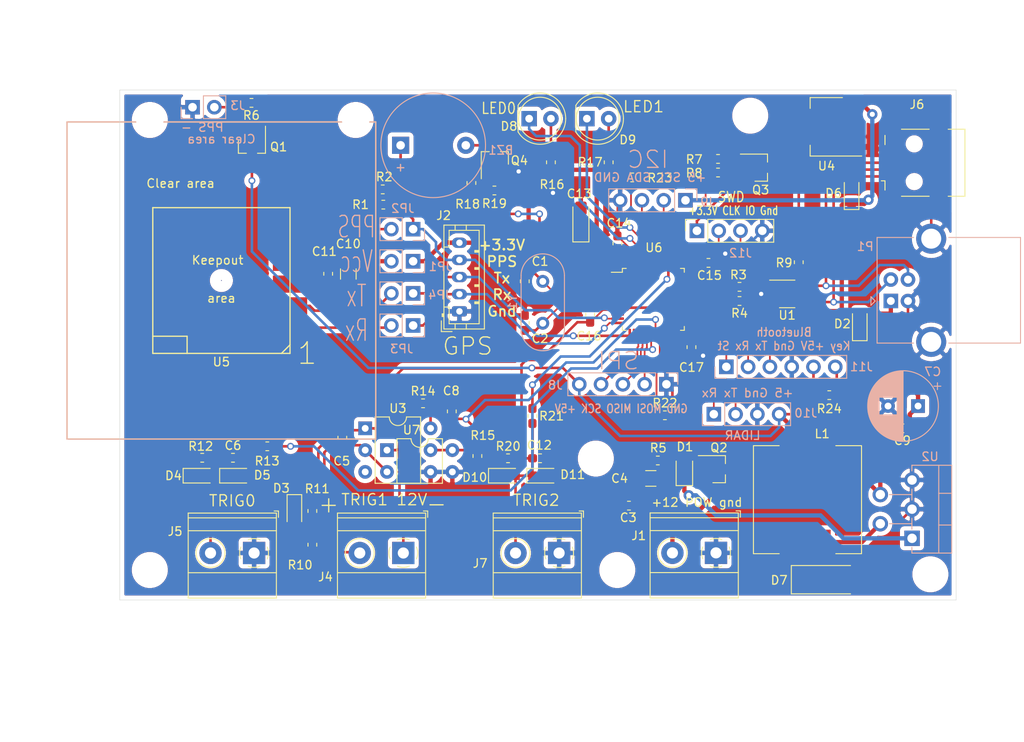
<source format=kicad_pcb>
(kicad_pcb (version 20171130) (host pcbnew 5.1.5)
  (layers (0 F.Cu signal) (31 B.Cu signal) (34 B.Paste user) (35 F.Paste user) (36 B.SilkS user) (37 F.SilkS user) (38 B.Mask user) (39 F.Mask user) (44 Edge.Cuts user))
  (net 0 "")
  (net 1 GND)
  (net 2 +3V3)
  (net 3 +5V)
  (net 4 /OSC_IN)
  (net 5 /OSC_OUT)
  (net 6 "Net-(C3-Pad1)")
  (net 7 "Net-(D2-Pad2)")
  (net 8 /LED0)
  (net 9 /LED1)
  (net 10 "Net-(J1-Pad2)")
  (net 11 /U2Tx)
  (net 12 /U2Rx)
  (net 13 /U1Tx)
  (net 14 /U1Rx)
  (net 15 /USB_PU)
  (net 16 /USBDM)
  (net 17 "Net-(R3-Pad1)")
  (net 18 "Net-(R4-Pad1)")
  (net 19 /USBDP)
  (net 20 /TRIG0)
  (net 21 /TRIG1)
  (net 22 /PPS)
  (net 23 /TRIG2)
  (net 24 /U3Tx)
  (net 25 /U3Rx)
  (net 26 "Net-(D1-Pad2)")
  (net 27 /MOSI)
  (net 28 /MISO)
  (net 29 /SCK)
  (net 30 /SCL)
  (net 31 /SDA)
  (net 32 "Net-(BZ1-Pad2)")
  (net 33 "Net-(Q3-Pad1)")
  (net 34 /buzzer)
  (net 35 /SWCLK)
  (net 36 /SWDIO)
  (net 37 "Net-(JP2-Pad2)")
  (net 38 "Net-(JP3-Pad2)")
  (net 39 "Net-(JP4-Pad2)")
  (net 40 "Net-(Q4-Pad1)")
  (net 41 /DM)
  (net 42 /DP)
  (net 43 "Net-(D9-Pad2)")
  (net 44 "Net-(C5-Pad1)")
  (net 45 "Net-(C5-Pad2)")
  (net 46 "Net-(C6-Pad1)")
  (net 47 "Net-(C12-Pad1)")
  (net 48 "Net-(D6-Pad2)")
  (net 49 "Net-(D7-Pad1)")
  (net 50 "Net-(D8-Pad2)")
  (net 51 "Net-(J3-Pad2)")
  (net 52 "Net-(J4-Pad2)")
  (net 53 "Net-(J11-Pad1)")
  (net 54 "Net-(J11-Pad6)")
  (net 55 "Net-(Q1-Pad1)")
  (net 56 "Net-(Q3-Pad3)")
  (net 57 "Net-(R14-Pad2)")
  (net 58 "Net-(R22-Pad1)")
  (net 59 "Net-(R23-Pad1)")
  (net 60 "Net-(C10-Pad2)")
  (module MountingHole:MountingHole_3.2mm_M3 (layer F.Cu) (at 85.5 117)
    (fp_text reference REF** hide)
    (fp_text value MountingHole_3.2mm_M3 hide)
    (pad 1 np_thru_hole circle (at 0 0) (size 3.2 3.2) (drill 3.2) (layers *.Cu *.Mask))
  )
  (module MountingHole:MountingHole_3.2mm_M3 (layer F.Cu) (at 33.5 77.5)
    (fp_text reference REF** hide)
    (fp_text value MountingHole_3.2mm_M3 hide)
    (pad 1 np_thru_hole circle (at 0 0) (size 3.2 3.2) (drill 3.2) (layers *.Cu *.Mask))
  )
  (module MountingHole:MountingHole_3.2mm_M3 (layer F.Cu) (at 57.5 77.5)
    (fp_text reference REF** hide)
    (fp_text value MountingHole_3.2mm_M3 hide)
    (pad 1 np_thru_hole circle (at 0 0) (size 3.2 3.2) (drill 3.2) (layers *.Cu *.Mask))
  )
  (module MountingHole:MountingHole_3.2mm_M3 (layer F.Cu) (at 103.5 77)
    (fp_text reference REF** hide)
    (fp_text value MountingHole_3.2mm_M3 hide)
    (pad 1 np_thru_hole circle (at 0 0) (size 3.2 3.2) (drill 3.2) (layers *.Cu *.Mask))
  )
  (module MountingHole:MountingHole_3.2mm_M3 (layer F.Cu) (at 124.5 130.5)
    (fp_text reference REF** hide)
    (fp_text value MountingHole_3.2mm_M3 hide)
    (pad 1 np_thru_hole circle (at 0 0) (size 3.2 3.2) (drill 3.2) (layers *.Cu *.Mask))
  )
  (module MountingHole:MountingHole_3.2mm_M3 (layer F.Cu) (at 88 130)
    (fp_text reference REF** hide)
    (fp_text value MountingHole_3.2mm_M3 hide)
    (pad 1 np_thru_hole circle (at 0 0) (size 3.2 3.2) (drill 3.2) (layers *.Cu *.Mask))
  )
  (module MountingHole:MountingHole_3.2mm_M3 (layer F.Cu) (at 33.5 130)
    (fp_text reference REF** hide)
    (fp_text value MountingHole_3.2mm_M3 hide)
    (pad 1 np_thru_hole circle (at 0 0) (size 3.2 3.2) (drill 3.2) (layers *.Cu *.Mask))
  )
  (module Capacitor_SMD:C_0603_1608Metric_Pad1.05x0.95mm_HandSolder (layer F.Cu) (at 84.836 100.217 270)
    (fp_text reference C16 (at 2.4905 0.127) (layer F.SilkS))
    (fp_text value 0.1)
    (pad 1 smd roundrect (at -0.875 0 270) (size 1.05 0.95) (layers F.Cu F.Paste F.Mask) (net 1 GND))
    (pad 2 smd roundrect (at 0.875 0 270) (size 1.05 0.95) (layers F.Cu F.Paste F.Mask) (net 2 +3V3))
  )
  (module chrono:L80-R (layer F.Cu) (at 41.8465 101.727)
    (fp_text reference U5 (at 0 4) (layer F.SilkS))
    (fp_text value L80-R)
    (fp_text user "Clear area" (at 0 -22) (layer B.SilkS) (effects (justify mirror)))
    (fp_text user "Clear area" (at -4.7625 -16.8275) (layer F.SilkS))
    (fp_text user area (at 0 -3.429) (layer F.SilkS))
    (fp_text user Keepout (at -0.4445 -7.874) (layer F.SilkS))
    (fp_text user 1 (at 10 3) (layer F.SilkS) (effects (font (size 2.5 2.5))))
    (pad ~ smd circle (at 0 -5.5) (size 0.1 0.1) (layers F.Cu) (clearance 1.3))
    (pad ~ smd circle (at 0 -5.5) (size 0.1 0.1) (layers B.Cu) (clearance 1.3))
    (pad 7 smd rect (at -8 -12.7) (size 4 2) (layers F.Cu F.Paste F.Mask))
    (pad 8 smd rect (at -8 -10.16) (size 4 2) (layers F.Cu F.Paste F.Mask))
    (pad 9 smd rect (at -8 -7.62) (size 4 2) (layers F.Cu F.Paste F.Mask))
    (pad 10 smd rect (at -8 -5.08) (size 4 2) (layers F.Cu F.Paste F.Mask))
    (pad 11 smd rect (at -8 -2.54) (size 4 2) (layers F.Cu F.Paste F.Mask))
    (pad 12 smd rect (at -8 0) (size 4 2) (layers F.Cu F.Paste F.Mask) (net 1 GND))
    (pad 6 smd rect (at 8 -12.7) (size 4 2) (layers F.Cu F.Paste F.Mask) (net 37 "Net-(JP2-Pad2)"))
    (pad 5 smd rect (at 8 -10.16) (size 4 2) (layers F.Cu F.Paste F.Mask) (net 60 "Net-(C10-Pad2)"))
    (pad 4 smd rect (at 8 -7.62) (size 4 2) (layers F.Cu F.Paste F.Mask) (net 60 "Net-(C10-Pad2)"))
    (pad 3 smd rect (at 8 -5.08) (size 4 2) (layers F.Cu F.Paste F.Mask) (net 1 GND))
    (pad 2 smd rect (at 8 -2.54) (size 4 2) (layers F.Cu F.Paste F.Mask) (net 39 "Net-(JP4-Pad2)"))
    (pad 1 smd rect (at 8 0) (size 4 2) (layers F.Cu F.Paste F.Mask) (net 38 "Net-(JP3-Pad2)"))
  )
  (module Resistor_SMD:R_0603_1608Metric_Pad1.05x0.95mm_HandSolder (layer F.Cu) (at 93.5495 111.9505)
    (fp_text reference R22 (at 0 -1.43) (layer F.SilkS))
    (fp_text value 100k)
    (pad 2 smd roundrect (at 0.875 0) (size 1.05 0.95) (layers F.Cu F.Paste F.Mask) (net 1 GND))
    (pad 1 smd roundrect (at -0.875 0) (size 1.05 0.95) (layers F.Cu F.Paste F.Mask) (net 58 "Net-(R22-Pad1)"))
  )
  (module Connector_PinHeader_2.54mm:PinHeader_1x02_P2.54mm_Vertical (layer B.Cu) (at 64.1985 93.98 90)
    (fp_text reference JP1 (at -0.635 3.175 180) (layer B.SilkS) (effects (justify mirror)))
    (fp_text value Jumper)
    (pad 2 thru_hole oval (at 0 -2.54 90) (size 1.7 1.7) (drill 1) (layers *.Cu *.Mask) (net 60 "Net-(C10-Pad2)"))
    (pad 1 thru_hole rect (at 0 0 90) (size 1.7 1.7) (drill 1) (layers *.Cu *.Mask) (net 2 +3V3))
  )
  (module Connector_PinHeader_2.54mm:PinHeader_1x02_P2.54mm_Vertical (layer B.Cu) (at 64.1985 90.2335 90)
    (fp_text reference JP2 (at 2.413 -1.2065 180) (layer B.SilkS) (effects (justify mirror)))
    (fp_text value Jumper)
    (pad 1 thru_hole rect (at 0 0 90) (size 1.7 1.7) (drill 1) (layers *.Cu *.Mask) (net 22 /PPS))
    (pad 2 thru_hole oval (at 0 -2.54 90) (size 1.7 1.7) (drill 1) (layers *.Cu *.Mask) (net 37 "Net-(JP2-Pad2)"))
  )
  (module Connector_PinHeader_2.54mm:PinHeader_1x02_P2.54mm_Vertical (layer B.Cu) (at 64.1985 101.473 90)
    (fp_text reference JP3 (at -2.7305 -1.3335 180) (layer B.SilkS) (effects (justify mirror)))
    (fp_text value Jumper)
    (pad 2 thru_hole oval (at 0 -2.54 90) (size 1.7 1.7) (drill 1) (layers *.Cu *.Mask) (net 38 "Net-(JP3-Pad2)"))
    (pad 1 thru_hole rect (at 0 0 90) (size 1.7 1.7) (drill 1) (layers *.Cu *.Mask) (net 24 /U3Tx))
  )
  (module Connector_PinHeader_2.54mm:PinHeader_1x02_P2.54mm_Vertical (layer B.Cu) (at 64.1985 97.7265 90)
    (fp_text reference JP4 (at -0.1905 3.1115 180) (layer B.SilkS) (effects (justify mirror)))
    (fp_text value Jumper)
    (pad 1 thru_hole rect (at 0 0 90) (size 1.7 1.7) (drill 1) (layers *.Cu *.Mask) (net 25 /U3Rx))
    (pad 2 thru_hole oval (at 0 -2.54 90) (size 1.7 1.7) (drill 1) (layers *.Cu *.Mask) (net 39 "Net-(JP4-Pad2)"))
  )
  (module Capacitor_SMD:C_0603_1608Metric_Pad1.05x0.95mm_HandSolder (layer F.Cu) (at 96.647 103.999 90)
    (fp_text reference C17 (at -2.3635 0 180) (layer F.SilkS))
    (fp_text value 0.1)
    (pad 1 smd roundrect (at -0.875 0 90) (size 1.05 0.95) (layers F.Cu F.Paste F.Mask) (net 1 GND))
    (pad 2 smd roundrect (at 0.875 0 90) (size 1.05 0.95) (layers F.Cu F.Paste F.Mask) (net 2 +3V3))
  )
  (module Connector_PinSocket_2.54mm:PinSocket_1x04_P2.54mm_Vertical (layer B.Cu) (at 99.2505 111.8235 270)
    (fp_text reference J10 (at -0.127 -10.7315) (layer B.SilkS) (effects (justify mirror)))
    (fp_text value LIDAR)
    (pad 1 thru_hole rect (at 0 0 270) (size 1.7 1.7) (drill 1) (layers *.Cu *.Mask) (net 11 /U2Tx))
    (pad 2 thru_hole oval (at 0 -2.54 270) (size 1.7 1.7) (drill 1) (layers *.Cu *.Mask) (net 12 /U2Rx))
    (pad 3 thru_hole oval (at 0 -5.08 270) (size 1.7 1.7) (drill 1) (layers *.Cu *.Mask) (net 1 GND))
    (pad 4 thru_hole oval (at 0 -7.62 270) (size 1.7 1.7) (drill 1) (layers *.Cu *.Mask) (net 3 +5V))
  )
  (module Capacitor_SMD:C_0603_1608Metric_Pad1.05x0.95mm_HandSolder (layer F.Cu) (at 89.3585 122.4915 180)
    (fp_text reference C3 (at 0.0775 -1.397) (layer F.SilkS))
    (fp_text value 0.1)
    (pad 1 smd roundrect (at -0.875 0 180) (size 1.05 0.95) (layers F.Cu F.Paste F.Mask) (net 6 "Net-(C3-Pad1)"))
    (pad 2 smd roundrect (at 0.875 0 180) (size 1.05 0.95) (layers F.Cu F.Paste F.Mask) (net 1 GND))
  )
  (module Capacitor_SMD:C_0603_1608Metric_Pad1.05x0.95mm_HandSolder (layer F.Cu) (at 68.707 111.492 90)
    (fp_text reference C8 (at 2.399 -0.0635 180) (layer F.SilkS))
    (fp_text value 0.1)
    (pad 2 smd roundrect (at 0.875 0 90) (size 1.05 0.95) (layers F.Cu F.Paste F.Mask) (net 1 GND))
    (pad 1 smd roundrect (at -0.875 0 90) (size 1.05 0.95) (layers F.Cu F.Paste F.Mask) (net 21 /TRIG1))
  )
  (module Capacitor_SMD:C_0603_1608Metric_Pad1.05x0.95mm_HandSolder (layer F.Cu) (at 54.2925 95.4405 90)
    (fp_text reference C11 (at 2.6035 -0.4445 180) (layer F.SilkS))
    (fp_text value 0.1)
    (pad 1 smd roundrect (at -0.875 0 90) (size 1.05 0.95) (layers F.Cu F.Paste F.Mask) (net 1 GND))
    (pad 2 smd roundrect (at 0.875 0 90) (size 1.05 0.95) (layers F.Cu F.Paste F.Mask) (net 60 "Net-(C10-Pad2)"))
  )
  (module Capacitor_SMD:C_0603_1608Metric_Pad1.05x0.95mm_HandSolder (layer F.Cu) (at 78.994 116.967)
    (fp_text reference C12 (at -0.0775 -1.524 -180) (layer F.SilkS))
    (fp_text value 0.1)
    (pad 1 smd roundrect (at -0.875 0) (size 1.05 0.95) (layers F.Cu F.Paste F.Mask) (net 47 "Net-(C12-Pad1)"))
    (pad 2 smd roundrect (at 0.875 0) (size 1.05 0.95) (layers F.Cu F.Paste F.Mask) (net 1 GND))
  )
  (module Capacitor_SMD:C_0603_1608Metric_Pad1.05x0.95mm_HandSolder (layer F.Cu) (at 88.011 91.8985 270)
    (fp_text reference C14 (at -2.3635 -0.1905) (layer F.SilkS))
    (fp_text value 0.1)
    (pad 1 smd roundrect (at -0.875 0 270) (size 1.05 0.95) (layers F.Cu F.Paste F.Mask) (net 1 GND))
    (pad 2 smd roundrect (at 0.875 0 270) (size 1.05 0.95) (layers F.Cu F.Paste F.Mask) (net 2 +3V3))
  )
  (module Capacitor_SMD:C_0603_1608Metric_Pad1.05x0.95mm_HandSolder (layer F.Cu) (at 98.6295 94.1705 180)
    (fp_text reference C15 (at -0.113 -1.4605 180) (layer F.SilkS))
    (fp_text value 0.1)
    (pad 2 smd roundrect (at 0.875 0 180) (size 1.05 0.95) (layers F.Cu F.Paste F.Mask) (net 2 +3V3))
    (pad 1 smd roundrect (at -0.875 0 180) (size 1.05 0.95) (layers F.Cu F.Paste F.Mask) (net 1 GND))
  )
  (module Diode_SMD:D_0805_2012Metric_Pad1.15x1.40mm_HandSolder (layer F.Cu) (at 95.8215 118.2915 90)
    (fp_text reference D1 (at 2.658 0.0635 -180) (layer F.SilkS))
    (fp_text value MM3Z7V5)
    (pad 1 smd roundrect (at -1.025 0 90) (size 1.15 1.4) (layers F.Cu F.Paste F.Mask) (roundrect_rratio 0.217391) (net 6 "Net-(C3-Pad1)"))
    (pad 2 smd roundrect (at 1.025 0 90) (size 1.15 1.4) (layers F.Cu F.Paste F.Mask) (roundrect_rratio 0.217391) (net 26 "Net-(D1-Pad2)"))
  )
  (module TerminalBlock_Phoenix:TerminalBlock_Phoenix_MKDS-1,5-2-5.08_1x02_P5.08mm_Horizontal (layer F.Cu) (at 99.508 128 180)
    (fp_text reference J1 (at 9.008 2 180) (layer F.SilkS))
    (fp_text value "Power 12V")
    (pad 2 thru_hole circle (at 5.08 0 180) (size 2.6 2.6) (drill 1.3) (layers *.Cu *.Mask) (net 10 "Net-(J1-Pad2)"))
    (pad 1 thru_hole rect (at 0 0 180) (size 2.6 2.6) (drill 1.3) (layers *.Cu *.Mask) (net 1 GND))
  )
  (module TerminalBlock_Phoenix:TerminalBlock_Phoenix_MKDS-1,5-2-5.08_1x02_P5.08mm_Horizontal (layer F.Cu) (at 45.6565 128.016 180)
    (fp_text reference J5 (at 9.2075 2.516 180) (layer F.SilkS))
    (fp_text value Ext_trig0)
    (pad 1 thru_hole rect (at 0 0 180) (size 2.6 2.6) (drill 1.3) (layers *.Cu *.Mask) (net 1 GND))
    (pad 2 thru_hole circle (at 5.08 0 180) (size 2.6 2.6) (drill 1.3) (layers *.Cu *.Mask) (net 46 "Net-(C6-Pad1)"))
  )
  (module Inductor_SMD:L_12x12mm_H4.5mm (layer F.Cu) (at 110.1725 121.796 270)
    (fp_text reference L1 (at -7.6865 -1.7145) (layer F.SilkS))
    (fp_text value 100u)
    (pad 1 smd rect (at -4.95 0 270) (size 2.9 5.4) (layers F.Cu F.Paste F.Mask) (net 3 +5V))
    (pad 2 smd rect (at 4.95 0 270) (size 2.9 5.4) (layers F.Cu F.Paste F.Mask) (net 49 "Net-(D7-Pad1)"))
  )
  (module Connectors_USB:USB_B_OST_USB-B1HSxx_Horizontal (layer B.Cu) (at 119.888 98.6155)
    (fp_text reference P1 (at -2.9845 -6.35) (layer B.SilkS) (effects (justify mirror)))
    (fp_text value USB_B)
    (pad 1 thru_hole rect (at 0 0) (size 1.7 1.7) (drill 0.92) (layers *.Cu *.Mask) (net 7 "Net-(D2-Pad2)"))
    (pad 2 thru_hole circle (at 0 -2.5) (size 1.7 1.7) (drill 0.92) (layers *.Cu *.Mask) (net 41 /DM))
    (pad 3 thru_hole circle (at 2 -2.5) (size 1.7 1.7) (drill 0.92) (layers *.Cu *.Mask) (net 42 /DP))
    (pad 4 thru_hole circle (at 2 0) (size 1.7 1.7) (drill 0.92) (layers *.Cu *.Mask) (net 1 GND))
    (pad 5 thru_hole circle (at 4.71 4.77) (size 3.5 3.5) (drill 2.33) (layers *.Cu *.Mask) (net 1 GND))
    (pad 5 thru_hole circle (at 4.71 -7.27) (size 3.5 3.5) (drill 2.33) (layers *.Cu *.Mask) (net 1 GND))
  )
  (module Resistor_SMD:R_0603_1608Metric_Pad1.05x0.95mm_HandSolder (layer F.Cu) (at 60.72 87.376 180)
    (fp_text reference R1 (at 2.653 0 180) (layer F.SilkS))
    (fp_text value 10k)
    (pad 2 smd roundrect (at 0.875 0 180) (size 1.05 0.95) (layers F.Cu F.Paste F.Mask) (net 1 GND))
    (pad 1 smd roundrect (at -0.875 0 180) (size 1.05 0.95) (layers F.Cu F.Paste F.Mask) (net 22 /PPS))
  )
  (module Resistor_SMD:R_0603_1608Metric_Pad1.05x0.95mm_HandSolder (layer F.Cu) (at 102.249 96.9645 180)
    (fp_text reference R3 (at 0.127 1.397 180) (layer F.SilkS))
    (fp_text value 22)
    (pad 1 smd roundrect (at -0.875 0 180) (size 1.05 0.95) (layers F.Cu F.Paste F.Mask) (net 17 "Net-(R3-Pad1)"))
    (pad 2 smd roundrect (at 0.875 0 180) (size 1.05 0.95) (layers F.Cu F.Paste F.Mask) (net 19 /USBDP))
  )
  (module Resistor_SMD:R_0603_1608Metric_Pad1.05x0.95mm_HandSolder (layer F.Cu) (at 102.249 98.6155 180)
    (fp_text reference R4 (at 0 -1.43 180) (layer F.SilkS))
    (fp_text value 22)
    (pad 2 smd roundrect (at 0.875 0 180) (size 1.05 0.95) (layers F.Cu F.Paste F.Mask) (net 16 /USBDM))
    (pad 1 smd roundrect (at -0.875 0 180) (size 1.05 0.95) (layers F.Cu F.Paste F.Mask) (net 18 "Net-(R4-Pad1)"))
  )
  (module Resistor_SMD:R_0603_1608Metric_Pad1.05x0.95mm_HandSolder (layer F.Cu) (at 92.724 117.221)
    (fp_text reference R5 (at 0.0495 -1.4605 180) (layer F.SilkS))
    (fp_text value 10k)
    (pad 2 smd roundrect (at 0.875 0) (size 1.05 0.95) (layers F.Cu F.Paste F.Mask) (net 26 "Net-(D1-Pad2)"))
    (pad 1 smd roundrect (at -0.875 0) (size 1.05 0.95) (layers F.Cu F.Paste F.Mask) (net 1 GND))
  )
  (module Resistor_SMD:R_0603_1608Metric_Pad1.05x0.95mm_HandSolder (layer F.Cu) (at 45.353 75.5015 180)
    (fp_text reference R6 (at 0.014 -1.4605 180) (layer F.SilkS))
    (fp_text value 1k)
    (pad 1 smd roundrect (at -0.875 0 180) (size 1.05 0.95) (layers F.Cu F.Paste F.Mask) (net 1 GND))
    (pad 2 smd roundrect (at 0.875 0 180) (size 1.05 0.95) (layers F.Cu F.Paste F.Mask) (net 51 "Net-(J3-Pad2)"))
  )
  (module Resistor_SMD:R_0603_1608Metric_Pad1.05x0.95mm_HandSolder (layer F.Cu) (at 99.7445 83.6295)
    (fp_text reference R8 (at -2.78 0.0635) (layer F.SilkS))
    (fp_text value 10k)
    (pad 1 smd roundrect (at -0.875 0) (size 1.05 0.95) (layers F.Cu F.Paste F.Mask) (net 15 /USB_PU))
    (pad 2 smd roundrect (at 0.875 0) (size 1.05 0.95) (layers F.Cu F.Paste F.Mask) (net 2 +3V3))
  )
  (module Resistor_SMD:R_0603_1608Metric_Pad1.05x0.95mm_HandSolder (layer F.Cu) (at 109.1565 94.093 270)
    (fp_text reference R9 (at 0.0775 1.7145) (layer F.SilkS))
    (fp_text value 1k5)
    (pad 1 smd roundrect (at -0.875 0 270) (size 1.05 0.95) (layers F.Cu F.Paste F.Mask) (net 56 "Net-(Q3-Pad3)"))
    (pad 2 smd roundrect (at 0.875 0 270) (size 1.05 0.95) (layers F.Cu F.Paste F.Mask) (net 42 /DP))
  )
  (module Resistor_SMD:R_0603_1608Metric_Pad1.05x0.95mm_HandSolder (layer F.Cu) (at 47.1945 115.57)
    (fp_text reference R13 (at -0.014 1.7145 -180) (layer F.SilkS))
    (fp_text value 100)
    (pad 2 smd roundrect (at 0.875 0) (size 1.05 0.95) (layers F.Cu F.Paste F.Mask) (net 20 /TRIG0))
    (pad 1 smd roundrect (at -0.875 0) (size 1.05 0.95) (layers F.Cu F.Paste F.Mask) (net 46 "Net-(C6-Pad1)"))
  )
  (module Resistor_SMD:R_0603_1608Metric_Pad1.05x0.95mm_HandSolder (layer F.Cu) (at 70.993 84.85 270)
    (fp_text reference R18 (at 2.4625 0.4445) (layer F.SilkS))
    (fp_text value 510)
    (pad 2 smd roundrect (at 0.875 0 270) (size 1.05 0.95) (layers F.Cu F.Paste F.Mask) (net 34 /buzzer))
    (pad 1 smd roundrect (at -0.875 0 270) (size 1.05 0.95) (layers F.Cu F.Paste F.Mask) (net 40 "Net-(Q4-Pad1)"))
  )
  (module TO_SOT_Packages_SMD:SOT-23-6_Handsoldering (layer F.Cu) (at 107.8065 97.79)
    (fp_text reference U1 (at 0 2.4892) (layer F.SilkS))
    (fp_text value USBLC6-2SC6)
    (pad 1 smd rect (at -1.35 -0.95) (size 1.56 0.65) (layers F.Cu F.Paste F.Mask) (net 17 "Net-(R3-Pad1)"))
    (pad 2 smd rect (at -1.35 0) (size 1.56 0.65) (layers F.Cu F.Paste F.Mask) (net 1 GND))
    (pad 3 smd rect (at -1.35 0.95) (size 1.56 0.65) (layers F.Cu F.Paste F.Mask) (net 18 "Net-(R4-Pad1)"))
    (pad 4 smd rect (at 1.35 0.95) (size 1.56 0.65) (layers F.Cu F.Paste F.Mask) (net 41 /DM))
    (pad 6 smd rect (at 1.35 -0.95) (size 1.56 0.65) (layers F.Cu F.Paste F.Mask) (net 42 /DP))
    (pad 5 smd rect (at 1.35 0) (size 1.56 0.65) (layers F.Cu F.Paste F.Mask) (net 3 +5V))
  )
  (module TO_SOT_Packages_THT:TO-220-5_P3.4x3.7mm_StaggerEven_Lead3.8mm_Vertical (layer B.Cu) (at 122.3645 126.3015 90)
    (fp_text reference U2 (at 9.525 2.0955 180) (layer B.SilkS) (effects (justify mirror)))
    (fp_text value LM2576-5.0)
    (pad 1 thru_hole rect (at 0 0 90) (size 1.8 1.8) (drill 1.1) (layers *.Cu *.Mask) (net 6 "Net-(C3-Pad1)"))
    (pad 2 thru_hole oval (at 1.7 -3.7 90) (size 1.8 1.8) (drill 1.1) (layers *.Cu *.Mask) (net 49 "Net-(D7-Pad1)"))
    (pad 3 thru_hole oval (at 3.4 0 90) (size 1.8 1.8) (drill 1.1) (layers *.Cu *.Mask) (net 1 GND))
    (pad 4 thru_hole oval (at 5.1 -3.7 90) (size 1.8 1.8) (drill 1.1) (layers *.Cu *.Mask) (net 3 +5V))
    (pad 5 thru_hole oval (at 6.8 0 90) (size 1.8 1.8) (drill 1.1) (layers *.Cu *.Mask) (net 1 GND))
  )
  (module TO_SOT_Packages_SMD:SOT-223 (layer F.Cu) (at 112.395 78.2955 180)
    (fp_text reference U4 (at 0 -4.572 180) (layer F.SilkS))
    (fp_text value LM1117-3.3)
    (pad 4 smd rect (at 3.15 0 180) (size 2 3.8) (layers F.Cu F.Paste F.Mask) (net 2 +3V3))
    (pad 2 smd rect (at -3.15 0 180) (size 2 1.5) (layers F.Cu F.Paste F.Mask) (net 2 +3V3))
    (pad 3 smd rect (at -3.15 2.3 180) (size 2 1.5) (layers F.Cu F.Paste F.Mask) (net 3 +5V))
    (pad 1 smd rect (at -3.15 -2.3 180) (size 2 1.5) (layers F.Cu F.Paste F.Mask) (net 1 GND))
  )
  (module Crystal:Crystal_HC49-U_Vertical (layer B.Cu) (at 79.3115 96.3295 270)
    (fp_text reference Y1 (at 2.44 3.525 270) (layer B.SilkS) (effects (justify mirror)))
    (fp_text value 8MHz)
    (pad 1 thru_hole circle (at 0 0 270) (size 1.5 1.5) (drill 0.8) (layers *.Cu *.Mask) (net 4 /OSC_IN))
    (pad 2 thru_hole circle (at 4.88 0 270) (size 1.5 1.5) (drill 0.8) (layers *.Cu *.Mask) (net 5 /OSC_OUT))
  )
  (module Connector_PinSocket_2.54mm:PinSocket_1x05_P2.54mm_Vertical (layer B.Cu) (at 93.726 108.331 90)
    (fp_text reference J8 (at -0.1016 -12.954) (layer B.SilkS) (effects (justify mirror)))
    (fp_text value SPI)
    (pad 1 thru_hole rect (at 0 0 90) (size 1.7 1.7) (drill 1) (layers *.Cu *.Mask) (net 1 GND))
    (pad 2 thru_hole oval (at 0 -2.54 90) (size 1.7 1.7) (drill 1) (layers *.Cu *.Mask) (net 27 /MOSI))
    (pad 3 thru_hole oval (at 0 -5.08 90) (size 1.7 1.7) (drill 1) (layers *.Cu *.Mask) (net 28 /MISO))
    (pad 4 thru_hole oval (at 0 -7.62 90) (size 1.7 1.7) (drill 1) (layers *.Cu *.Mask) (net 29 /SCK))
    (pad 5 thru_hole oval (at 0 -10.16 90) (size 1.7 1.7) (drill 1) (layers *.Cu *.Mask) (net 3 +5V))
  )
  (module Connector_PinSocket_2.54mm:PinSocket_1x04_P2.54mm_Vertical (layer B.Cu) (at 95.9485 86.868 90)
    (fp_text reference J9 (at -0.2032 2.5908 180) (layer B.SilkS) (effects (justify mirror)))
    (fp_text value I2C1)
    (pad 1 thru_hole rect (at 0 0 90) (size 1.7 1.7) (drill 1) (layers *.Cu *.Mask) (net 3 +5V))
    (pad 2 thru_hole oval (at 0 -2.54 90) (size 1.7 1.7) (drill 1) (layers *.Cu *.Mask) (net 30 /SCL))
    (pad 3 thru_hole oval (at 0 -5.08 90) (size 1.7 1.7) (drill 1) (layers *.Cu *.Mask) (net 31 /SDA))
    (pad 4 thru_hole oval (at 0 -7.62 90) (size 1.7 1.7) (drill 1) (layers *.Cu *.Mask) (net 1 GND))
  )
  (module Buzzer_Beeper:Buzzer_12x9.5RM7.6 (layer B.Cu) (at 62.738 80.4545)
    (fp_text reference BZ1 (at 11.684 0.5715) (layer B.SilkS) (effects (justify mirror)))
    (fp_text value "Buzzer 3v3")
    (fp_text user + (at -0.01 2.54) (layer B.SilkS) (effects (justify mirror)))
    (pad 1 thru_hole rect (at 0 0) (size 2 2) (drill 1) (layers *.Cu *.Mask) (net 2 +3V3))
    (pad 2 thru_hole circle (at 7.6 0) (size 2 2) (drill 1) (layers *.Cu *.Mask) (net 32 "Net-(BZ1-Pad2)"))
  )
  (module Resistor_SMD:R_0603_1608Metric_Pad1.05x0.95mm_HandSolder (layer F.Cu) (at 60.6565 85.598)
    (fp_text reference R2 (at 0.1765 -1.4605 -180) (layer F.SilkS))
    (fp_text value 2k2)
    (pad 2 smd roundrect (at 0.875 0) (size 1.05 0.95) (layers F.Cu F.Paste F.Mask) (net 22 /PPS))
    (pad 1 smd roundrect (at -0.875 0) (size 1.05 0.95) (layers F.Cu F.Paste F.Mask) (net 55 "Net-(Q1-Pad1)"))
  )
  (module Resistor_SMD:R_0603_1608Metric_Pad1.05x0.95mm_HandSolder (layer F.Cu) (at 78.105 112.028 90)
    (fp_text reference R21 (at -0.0114 2.2352 180) (layer F.SilkS))
    (fp_text value 100)
    (pad 1 smd roundrect (at -0.875 0 90) (size 1.05 0.95) (layers F.Cu F.Paste F.Mask) (net 47 "Net-(C12-Pad1)"))
    (pad 2 smd roundrect (at 0.875 0 90) (size 1.05 0.95) (layers F.Cu F.Paste F.Mask) (net 23 /TRIG2))
  )
  (module Resistor_SMD:R_0603_1608Metric_Pad1.05x0.95mm_HandSolder (layer F.Cu) (at 52.451 127.0495 90)
    (fp_text reference R10 (at -2.3635 -1.43 180) (layer F.SilkS))
    (fp_text value 1k)
    (pad 1 smd roundrect (at -0.875 0 90) (size 1.05 0.95) (layers F.Cu F.Paste F.Mask) (net 52 "Net-(J4-Pad2)"))
    (pad 2 smd roundrect (at 0.875 0 90) (size 1.05 0.95) (layers F.Cu F.Paste F.Mask) (net 44 "Net-(C5-Pad1)"))
  )
  (module Resistor_SMD:R_0603_1608Metric_Pad1.05x0.95mm_HandSolder (layer F.Cu) (at 52.451 123.1125 270)
    (fp_text reference R11 (at -2.5895 -0.5715) (layer F.SilkS))
    (fp_text value 1k)
    (pad 2 smd roundrect (at 0.875 0 270) (size 1.05 0.95) (layers F.Cu F.Paste F.Mask) (net 44 "Net-(C5-Pad1)"))
    (pad 1 smd roundrect (at -0.875 0 270) (size 1.05 0.95) (layers F.Cu F.Paste F.Mask) (net 45 "Net-(C5-Pad2)"))
  )
  (module Resistor_SMD:R_0603_1608Metric_Pad1.05x0.95mm_HandSolder (layer F.Cu) (at 39.61 116.9035 180)
    (fp_text reference R12 (at 0.1765 1.3335 180) (layer F.SilkS))
    (fp_text value 1k)
    (pad 1 smd roundrect (at -0.875 0 180) (size 1.05 0.95) (layers F.Cu F.Paste F.Mask) (net 46 "Net-(C6-Pad1)"))
    (pad 2 smd roundrect (at 0.875 0 180) (size 1.05 0.95) (layers F.Cu F.Paste F.Mask) (net 2 +3V3))
  )
  (module Resistor_SMD:R_0603_1608Metric_Pad1.05x0.95mm_HandSolder (layer F.Cu) (at 65.3555 110.5535)
    (fp_text reference R14 (at 0 -1.43) (layer F.SilkS))
    (fp_text value 47k)
    (pad 2 smd roundrect (at 0.875 0) (size 1.05 0.95) (layers F.Cu F.Paste F.Mask) (net 57 "Net-(R14-Pad2)"))
    (pad 1 smd roundrect (at -0.875 0) (size 1.05 0.95) (layers F.Cu F.Paste F.Mask) (net 1 GND))
  )
  (module Resistor_SMD:R_0603_1608Metric_Pad1.05x0.95mm_HandSolder (layer F.Cu) (at 71.6915 116.699 90)
    (fp_text reference R15 (at 2.399 0.635 180) (layer F.SilkS))
    (fp_text value 220)
    (pad 2 smd roundrect (at 0.875 0 90) (size 1.05 0.95) (layers F.Cu F.Paste F.Mask) (net 21 /TRIG1))
    (pad 1 smd roundrect (at -0.875 0 90) (size 1.05 0.95) (layers F.Cu F.Paste F.Mask) (net 2 +3V3))
  )
  (module Resistor_SMD:R_0603_1608Metric_Pad1.05x0.95mm_HandSolder (layer F.Cu) (at 80.264 82.437 270)
    (fp_text reference R16 (at 2.5895 -0.127) (layer F.SilkS))
    (fp_text value 220)
    (pad 1 smd roundrect (at -0.875 0 270) (size 1.05 0.95) (layers F.Cu F.Paste F.Mask) (net 50 "Net-(D8-Pad2)"))
    (pad 2 smd roundrect (at 0.875 0 270) (size 1.05 0.95) (layers F.Cu F.Paste F.Mask) (net 2 +3V3))
  )
  (module Resistor_SMD:R_0603_1608Metric_Pad1.05x0.95mm_HandSolder (layer F.Cu) (at 86.995 82.437 270)
    (fp_text reference R17 (at -0.014 2.159) (layer F.SilkS))
    (fp_text value 220)
    (pad 2 smd roundrect (at 0.875 0 270) (size 1.05 0.95) (layers F.Cu F.Paste F.Mask) (net 2 +3V3))
    (pad 1 smd roundrect (at -0.875 0 270) (size 1.05 0.95) (layers F.Cu F.Paste F.Mask) (net 43 "Net-(D9-Pad2)"))
  )
  (module Resistor_SMD:R_0603_1608Metric_Pad1.05x0.95mm_HandSolder (layer F.Cu) (at 73.674 85.725)
    (fp_text reference R19 (at 0 1.524) (layer F.SilkS))
    (fp_text value 10k)
    (pad 1 smd roundrect (at -0.875 0) (size 1.05 0.95) (layers F.Cu F.Paste F.Mask) (net 34 /buzzer))
    (pad 2 smd roundrect (at 0.875 0) (size 1.05 0.95) (layers F.Cu F.Paste F.Mask) (net 1 GND))
  )
  (module Resistor_SMD:R_0603_1608Metric_Pad1.05x0.95mm_HandSolder (layer F.Cu) (at 75.2615 116.967 180)
    (fp_text reference R20 (at -0.014 1.397 180) (layer F.SilkS))
    (fp_text value 1k)
    (pad 1 smd roundrect (at -0.875 0 180) (size 1.05 0.95) (layers F.Cu F.Paste F.Mask) (net 47 "Net-(C12-Pad1)"))
    (pad 2 smd roundrect (at 0.875 0 180) (size 1.05 0.95) (layers F.Cu F.Paste F.Mask) (net 2 +3V3))
  )
  (module Capacitor_SMD:C_0603_1608Metric_Pad1.05x0.95mm_HandSolder (layer F.Cu) (at 77.216 96.3155 270)
    (fp_text reference C1 (at -2.3155 -1.784) (layer F.SilkS))
    (fp_text value 12)
    (pad 1 smd roundrect (at -0.875 0 270) (size 1.05 0.95) (layers F.Cu F.Paste F.Mask) (net 4 /OSC_IN))
    (pad 2 smd roundrect (at 0.875 0 270) (size 1.05 0.95) (layers F.Cu F.Paste F.Mask) (net 1 GND))
  )
  (module Diode_SMD:D_SOD-323_HandSoldering (layer F.Cu) (at 74.8865 118.999)
    (fp_text reference D10 (at -3.5125 0.1905) (layer F.SilkS))
    (fp_text value 1N5819)
    (pad 2 smd rect (at 1.25 0) (size 1 1) (layers F.Cu F.Paste F.Mask) (net 47 "Net-(C12-Pad1)"))
    (pad 1 smd rect (at -1.25 0) (size 1 1) (layers F.Cu F.Paste F.Mask) (net 2 +3V3))
  )
  (module Diode_SMD:D_SOD-323_HandSoldering (layer F.Cu) (at 79.355 118.999)
    (fp_text reference D11 (at 3.449 -0.127) (layer F.SilkS))
    (fp_text value 1N5819)
    (pad 1 smd rect (at -1.25 0) (size 1 1) (layers F.Cu F.Paste F.Mask) (net 47 "Net-(C12-Pad1)"))
    (pad 2 smd rect (at 1.25 0) (size 1 1) (layers F.Cu F.Paste F.Mask) (net 1 GND))
  )
  (module Resistor_SMD:R_0603_1608Metric_Pad1.05x0.95mm_HandSolder (layer F.Cu) (at 99.7445 82.042 180)
    (fp_text reference R7 (at 2.78 -0.0635 180) (layer F.SilkS))
    (fp_text value 510)
    (pad 1 smd roundrect (at -0.875 0 180) (size 1.05 0.95) (layers F.Cu F.Paste F.Mask) (net 33 "Net-(Q3-Pad1)"))
    (pad 2 smd roundrect (at 0.875 0 180) (size 1.05 0.95) (layers F.Cu F.Paste F.Mask) (net 15 /USB_PU))
  )
  (module Resistor_SMD:R_0603_1608Metric_Pad1.05x0.95mm_HandSolder (layer F.Cu) (at 89.7395 84.201 180)
    (fp_text reference R23 (at -3.2245 -0.0635 180) (layer F.SilkS))
    (fp_text value 10k)
    (pad 2 smd roundrect (at 0.875 0 180) (size 1.05 0.95) (layers F.Cu F.Paste F.Mask) (net 1 GND))
    (pad 1 smd roundrect (at -0.875 0 180) (size 1.05 0.95) (layers F.Cu F.Paste F.Mask) (net 59 "Net-(R23-Pad1)"))
  )
  (module Resistor_SMD:R_0603_1608Metric_Pad1.05x0.95mm_HandSolder (layer F.Cu) (at 112.7125 109.601)
    (fp_text reference R24 (at 0 1.5875) (layer F.SilkS))
    (fp_text value 47k)
    (pad 1 smd roundrect (at -0.875 0) (size 1.05 0.95) (layers F.Cu F.Paste F.Mask) (net 3 +5V))
    (pad 2 smd roundrect (at 0.875 0) (size 1.05 0.95) (layers F.Cu F.Paste F.Mask) (net 54 "Net-(J11-Pad6)"))
  )
  (module Capacitor_SMD:C_0603_1608Metric_Pad1.05x0.95mm_HandSolder (layer F.Cu) (at 77.216 101.1695 90)
    (fp_text reference C2 (at -1.8305 1.784 180) (layer F.SilkS))
    (fp_text value 12)
    (pad 1 smd roundrect (at -0.875 0 90) (size 1.05 0.95) (layers F.Cu F.Paste F.Mask) (net 5 /OSC_OUT))
    (pad 2 smd roundrect (at 0.875 0 90) (size 1.05 0.95) (layers F.Cu F.Paste F.Mask) (net 1 GND))
  )
  (module Capacitor_SMD:C_0603_1608Metric_Pad1.05x0.95mm_HandSolder (layer F.Cu) (at 55.9435 114.568 90)
    (fp_text reference C5 (at -2.7165 -0.0635 180) (layer F.SilkS))
    (fp_text value 0.1)
    (pad 1 smd roundrect (at -0.875 0 90) (size 1.05 0.95) (layers F.Cu F.Paste F.Mask) (net 44 "Net-(C5-Pad1)"))
    (pad 2 smd roundrect (at 0.875 0 90) (size 1.05 0.95) (layers F.Cu F.Paste F.Mask) (net 45 "Net-(C5-Pad2)"))
  )
  (module Capacitor_SMD:C_0603_1608Metric_Pad1.05x0.95mm_HandSolder (layer F.Cu) (at 43.194 116.9035)
    (fp_text reference C6 (at 0 -1.43) (layer F.SilkS))
    (fp_text value 0.1)
    (pad 2 smd roundrect (at 0.875 0) (size 1.05 0.95) (layers F.Cu F.Paste F.Mask) (net 1 GND))
    (pad 1 smd roundrect (at -0.875 0) (size 1.05 0.95) (layers F.Cu F.Paste F.Mask) (net 46 "Net-(C6-Pad1)"))
  )
  (module Capacitor_THT:CP_Radial_D8.0mm_P3.50mm (layer B.Cu) (at 123.063 110.871 180)
    (fp_text reference C7 (at -1.7145 4.0005 180) (layer B.SilkS) (effects (justify mirror)))
    (fp_text value 100u)
    (pad 1 thru_hole rect (at 0 0 180) (size 1.6 1.6) (drill 0.8) (layers *.Cu *.Mask) (net 3 +5V))
    (pad 2 thru_hole circle (at 3.5 0 180) (size 1.6 1.6) (drill 0.8) (layers *.Cu *.Mask) (net 1 GND))
  )
  (module Capacitor_SMD:C_0603_1608Metric_Pad1.05x0.95mm_HandSolder (layer F.Cu) (at 121.2355 113.4745 180)
    (fp_text reference C9 (at 0 -1.43 180) (layer F.SilkS))
    (fp_text value 0.1)
    (pad 2 smd roundrect (at 0.875 0 180) (size 1.05 0.95) (layers F.Cu F.Paste F.Mask) (net 1 GND))
    (pad 1 smd roundrect (at -0.875 0 180) (size 1.05 0.95) (layers F.Cu F.Paste F.Mask) (net 3 +5V))
  )
  (module Capacitor_SMD:C_1206_3216Metric_Pad1.42x1.75mm_HandSolder (layer F.Cu) (at 56.642 95.4675 90)
    (fp_text reference C10 (at 3.5195 0 180) (layer F.SilkS))
    (fp_text value 10u)
    (pad 1 smd roundrect (at -1.4875 0 90) (size 1.425 1.75) (layers F.Cu F.Paste F.Mask) (roundrect_rratio 0.175439) (net 1 GND))
    (pad 2 smd roundrect (at 1.4875 0 90) (size 1.425 1.75) (layers F.Cu F.Paste F.Mask) (roundrect_rratio 0.175439) (net 60 "Net-(C10-Pad2)"))
  )
  (module Capacitor_Tantalum_SMD:CP_EIA-3216-18_Kemet-A_Pad1.58x1.35mm_HandSolder (layer F.Cu) (at 83.7565 89.2405 90)
    (fp_text reference C13 (at 3.1345 -0.1905 180) (layer F.SilkS))
    (fp_text value 47u)
    (pad 1 smd roundrect (at -1.4375 0 90) (size 1.575 1.35) (layers F.Cu F.Paste F.Mask) (roundrect_rratio 0.185185) (net 2 +3V3))
    (pad 2 smd roundrect (at 1.4375 0 90) (size 1.575 1.35) (layers F.Cu F.Paste F.Mask) (roundrect_rratio 0.185185) (net 1 GND))
  )
  (module Diode_SMD:D_SOD-323_HandSoldering (layer F.Cu) (at 50.3555 123.1065 270)
    (fp_text reference D3 (at -2.647 1.524) (layer F.SilkS))
    (fp_text value 1N5819)
    (pad 1 smd rect (at -1.25 0 270) (size 1 1) (layers F.Cu F.Paste F.Mask) (net 45 "Net-(C5-Pad2)"))
    (pad 2 smd rect (at 1.25 0 270) (size 1 1) (layers F.Cu F.Paste F.Mask) (net 44 "Net-(C5-Pad1)"))
  )
  (module Diode_SMD:D_SOD-323_HandSoldering (layer F.Cu) (at 39.2865 118.999)
    (fp_text reference D4 (at -3.028 0) (layer F.SilkS))
    (fp_text value 1N5819)
    (pad 1 smd rect (at -1.25 0) (size 1 1) (layers F.Cu F.Paste F.Mask) (net 2 +3V3))
    (pad 2 smd rect (at 1.25 0) (size 1 1) (layers F.Cu F.Paste F.Mask) (net 46 "Net-(C6-Pad1)"))
  )
  (module Diode_SMD:D_SOD-323_HandSoldering (layer F.Cu) (at 43.541 118.999)
    (fp_text reference D5 (at 3.068 -0.0635) (layer F.SilkS))
    (fp_text value 1N5819)
    (pad 2 smd rect (at 1.25 0) (size 1 1) (layers F.Cu F.Paste F.Mask) (net 1 GND))
    (pad 1 smd rect (at -1.25 0) (size 1 1) (layers F.Cu F.Paste F.Mask) (net 46 "Net-(C6-Pad1)"))
  )
  (module Diode_SMD:D_SMA_Handsoldering (layer F.Cu) (at 112.689 131.1275)
    (fp_text reference D7 (at -5.8185 0.0635) (layer F.SilkS))
    (fp_text value B340A)
    (pad 1 smd rect (at -2.5 0) (size 3.5 1.8) (layers F.Cu F.Paste F.Mask) (net 49 "Net-(D7-Pad1)"))
    (pad 2 smd rect (at 2.5 0) (size 3.5 1.8) (layers F.Cu F.Paste F.Mask) (net 1 GND))
  )
  (module LED_THT:LED_D5.0mm (layer F.Cu) (at 77.724 77.343)
    (fp_text reference D8 (at -2.3495 0.889) (layer F.SilkS))
    (fp_text value LED0)
    (pad 2 thru_hole circle (at 2.54 0) (size 1.8 1.8) (drill 0.9) (layers *.Cu *.Mask) (net 50 "Net-(D8-Pad2)"))
    (pad 1 thru_hole rect (at 0 0) (size 1.8 1.8) (drill 0.9) (layers *.Cu *.Mask) (net 8 /LED0))
  )
  (module LED_THT:LED_D5.0mm (layer F.Cu) (at 84.455 77.343)
    (fp_text reference D9 (at 4.7625 2.4765) (layer F.SilkS))
    (fp_text value LED1)
    (pad 1 thru_hole rect (at 0 0) (size 1.8 1.8) (drill 0.9) (layers *.Cu *.Mask) (net 9 /LED1))
    (pad 2 thru_hole circle (at 2.54 0) (size 1.8 1.8) (drill 0.9) (layers *.Cu *.Mask) (net 43 "Net-(D9-Pad2)"))
  )
  (module Connector_JST:JST_PH_B5B-PH-K_1x05_P2.00mm_Vertical (layer F.Cu) (at 69.596 99.822 90)
    (fp_text reference J2 (at 11.176 -1.8415 180) (layer F.SilkS))
    (fp_text value GPS_ext)
    (pad 1 thru_hole roundrect (at 0 0 90) (size 1.2 1.75) (drill 0.75) (layers *.Cu *.Mask) (roundrect_rratio 0.208333) (net 1 GND))
    (pad 2 thru_hole oval (at 2 0 90) (size 1.2 1.75) (drill 0.75) (layers *.Cu *.Mask) (net 24 /U3Tx))
    (pad 3 thru_hole oval (at 4 0 90) (size 1.2 1.75) (drill 0.75) (layers *.Cu *.Mask) (net 25 /U3Rx))
    (pad 4 thru_hole oval (at 6 0 90) (size 1.2 1.75) (drill 0.75) (layers *.Cu *.Mask) (net 22 /PPS))
    (pad 5 thru_hole oval (at 8 0 90) (size 1.2 1.75) (drill 0.75) (layers *.Cu *.Mask) (net 2 +3V3))
  )
  (module Connector_PinSocket_2.54mm:PinSocket_1x02_P2.54mm_Vertical (layer B.Cu) (at 38.481 76.0095 270)
    (fp_text reference J3 (at -0.1905 -5.2705) (layer B.SilkS) (effects (justify mirror)))
    (fp_text value PPS)
    (pad 1 thru_hole rect (at 0 0 270) (size 1.7 1.7) (drill 1) (layers *.Cu *.Mask) (net 1 GND))
    (pad 2 thru_hole oval (at 0 -2.54 270) (size 1.7 1.7) (drill 1) (layers *.Cu *.Mask) (net 51 "Net-(J3-Pad2)"))
  )
  (module TerminalBlock_Phoenix:TerminalBlock_Phoenix_MKDS-1,5-2-5.08_1x02_P5.08mm_Horizontal (layer F.Cu) (at 63.0555 128.016 180)
    (fp_text reference J4 (at 9.0805 -2.794 180) (layer F.SilkS))
    (fp_text value Ext_trig1)
    (pad 2 thru_hole circle (at 5.08 0 180) (size 2.6 2.6) (drill 1.3) (layers *.Cu *.Mask) (net 52 "Net-(J4-Pad2)"))
    (pad 1 thru_hole rect (at 0 0 180) (size 2.6 2.6) (drill 1.3) (layers *.Cu *.Mask) (net 45 "Net-(C5-Pad2)"))
  )
  (module Connector_USB:USB_Mini-B_Lumberg_2486_01_Horizontal (layer F.Cu) (at 122.6185 82.4865 90)
    (fp_text reference J6 (at 6.7945 0.3175 180) (layer F.SilkS))
    (fp_text value USB_B_Mini)
    (pad 1 smd rect (at -1.6 -2.7 90) (size 0.5 2) (layers F.Cu F.Paste F.Mask) (net 48 "Net-(D6-Pad2)"))
    (pad 2 smd rect (at -0.8 -2.7 90) (size 0.5 2) (layers F.Cu F.Paste F.Mask) (net 41 /DM))
    (pad 3 smd rect (at 0 -2.7 90) (size 0.5 2) (layers F.Cu F.Paste F.Mask) (net 42 /DP))
    (pad 4 smd rect (at 0.8 -2.7 90) (size 0.5 2) (layers F.Cu F.Paste F.Mask) (net 1 GND))
    (pad 5 smd rect (at 1.6 -2.7 90) (size 0.5 2) (layers F.Cu F.Paste F.Mask) (net 1 GND))
    (pad 6 smd rect (at -4.45 -2.6 90) (size 2 1.7) (layers F.Cu F.Paste F.Mask) (net 1 GND))
    (pad 6 smd rect (at -4.45 2.85 90) (size 2 1.7) (layers F.Cu F.Paste F.Mask) (net 1 GND))
    (pad 6 smd rect (at 4.45 -2.6 90) (size 2 1.7) (layers F.Cu F.Paste F.Mask) (net 1 GND))
    (pad 6 smd rect (at 4.45 2.85 90) (size 2 1.7) (layers F.Cu F.Paste F.Mask) (net 1 GND))
    (pad "" np_thru_hole circle (at -2.2 0 90) (size 1 1) (drill 1) (layers *.Cu *.Mask))
    (pad "" np_thru_hole circle (at 2.2 0 90) (size 1 1) (drill 1) (layers *.Cu *.Mask))
  )
  (module TerminalBlock_Phoenix:TerminalBlock_Phoenix_MKDS-1,5-2-5.08_1x02_P5.08mm_Horizontal (layer F.Cu) (at 81.2165 128.016 180)
    (fp_text reference J7 (at 9.2075 -1.2065 180) (layer F.SilkS))
    (fp_text value Ext_trig2)
    (pad 1 thru_hole rect (at 0 0 180) (size 2.6 2.6) (drill 1.3) (layers *.Cu *.Mask) (net 1 GND))
    (pad 2 thru_hole circle (at 5.08 0 180) (size 2.6 2.6) (drill 1.3) (layers *.Cu *.Mask) (net 47 "Net-(C12-Pad1)"))
  )
  (module Connector_PinSocket_2.54mm:PinSocket_1x06_P2.54mm_Vertical (layer B.Cu) (at 100.711 106.299 270)
    (fp_text reference J11 (at 0 -15.748) (layer B.SilkS) (effects (justify mirror)))
    (fp_text value Bluetooth)
    (pad 1 thru_hole rect (at 0 0 270) (size 1.7 1.7) (drill 1) (layers *.Cu *.Mask) (net 53 "Net-(J11-Pad1)"))
    (pad 2 thru_hole oval (at 0 -2.54 270) (size 1.7 1.7) (drill 1) (layers *.Cu *.Mask) (net 13 /U1Tx))
    (pad 3 thru_hole oval (at 0 -5.08 270) (size 1.7 1.7) (drill 1) (layers *.Cu *.Mask) (net 14 /U1Rx))
    (pad 4 thru_hole oval (at 0 -7.62 270) (size 1.7 1.7) (drill 1) (layers *.Cu *.Mask) (net 1 GND))
    (pad 5 thru_hole oval (at 0 -10.16 270) (size 1.7 1.7) (drill 1) (layers *.Cu *.Mask) (net 3 +5V))
    (pad 6 thru_hole oval (at 0 -12.7 270) (size 1.7 1.7) (drill 1) (layers *.Cu *.Mask) (net 54 "Net-(J11-Pad6)"))
  )
  (module Connector_PinSocket_2.54mm:PinSocket_1x04_P2.54mm_Vertical (layer F.Cu) (at 97.282 90.424 90)
    (fp_text reference J12 (at -2.6035 5.08) (layer B.SilkS) (effects (justify mirror)))
    (fp_text value SWD)
    (pad 1 thru_hole rect (at 0 0 90) (size 1.7 1.7) (drill 1) (layers *.Cu *.Mask) (net 2 +3V3))
    (pad 2 thru_hole oval (at 0 2.54 90) (size 1.7 1.7) (drill 1) (layers *.Cu *.Mask) (net 35 /SWCLK))
    (pad 3 thru_hole oval (at 0 5.08 90) (size 1.7 1.7) (drill 1) (layers *.Cu *.Mask) (net 36 /SWDIO))
    (pad 4 thru_hole oval (at 0 7.62 90) (size 1.7 1.7) (drill 1) (layers *.Cu *.Mask) (net 1 GND))
  )
  (module Package_DIP:DIP-6_W7.62mm (layer F.Cu) (at 58.6105 113.4745)
    (fp_text reference U3 (at 3.81 -2.33) (layer F.SilkS))
    (fp_text value 4N25)
    (pad 1 thru_hole rect (at 0 0) (size 1.6 1.6) (drill 0.8) (layers *.Cu *.Mask) (net 45 "Net-(C5-Pad2)"))
    (pad 4 thru_hole oval (at 7.62 5.08) (size 1.6 1.6) (drill 0.8) (layers *.Cu *.Mask) (net 1 GND))
    (pad 2 thru_hole oval (at 0 2.54) (size 1.6 1.6) (drill 0.8) (layers *.Cu *.Mask) (net 44 "Net-(C5-Pad1)"))
    (pad 5 thru_hole oval (at 7.62 2.54) (size 1.6 1.6) (drill 0.8) (layers *.Cu *.Mask) (net 21 /TRIG1))
    (pad 3 thru_hole oval (at 0 5.08) (size 1.6 1.6) (drill 0.8) (layers *.Cu *.Mask))
    (pad 6 thru_hole oval (at 7.62 0) (size 1.6 1.6) (drill 0.8) (layers *.Cu *.Mask) (net 57 "Net-(R14-Pad2)"))
  )
  (module Package_QFP:LQFP-48_7x7mm_P0.5mm (layer F.Cu) (at 92.202 98.425)
    (fp_text reference U6 (at 0.0635 -6.0325) (layer F.SilkS))
    (fp_text value STM32F103C6Tx)
    (pad 1 smd roundrect (at -4.1625 -2.75) (size 1.475 0.3) (layers F.Cu F.Paste F.Mask) (net 2 +3V3))
    (pad 2 smd roundrect (at -4.1625 -2.25) (size 1.475 0.3) (layers F.Cu F.Paste F.Mask) (net 34 /buzzer))
    (pad 3 smd roundrect (at -4.1625 -1.75) (size 1.475 0.3) (layers F.Cu F.Paste F.Mask))
    (pad 4 smd roundrect (at -4.1625 -1.25) (size 1.475 0.3) (layers F.Cu F.Paste F.Mask))
    (pad 5 smd roundrect (at -4.1625 -0.75) (size 1.475 0.3) (layers F.Cu F.Paste F.Mask) (net 4 /OSC_IN))
    (pad 6 smd roundrect (at -4.1625 -0.25) (size 1.475 0.3) (layers F.Cu F.Paste F.Mask) (net 5 /OSC_OUT))
    (pad 7 smd roundrect (at -4.1625 0.25) (size 1.475 0.3) (layers F.Cu F.Paste F.Mask))
    (pad 8 smd roundrect (at -4.1625 0.75) (size 1.475 0.3) (layers F.Cu F.Paste F.Mask) (net 1 GND))
    (pad 9 smd roundrect (at -4.1625 1.25) (size 1.475 0.3) (layers F.Cu F.Paste F.Mask) (net 2 +3V3))
    (pad 10 smd roundrect (at -4.1625 1.75) (size 1.475 0.3) (layers F.Cu F.Paste F.Mask))
    (pad 11 smd roundrect (at -4.1625 2.25) (size 1.475 0.3) (layers F.Cu F.Paste F.Mask) (net 22 /PPS))
    (pad 12 smd roundrect (at -4.1625 2.75) (size 1.475 0.3) (layers F.Cu F.Paste F.Mask) (net 24 /U3Tx))
    (pad 13 smd roundrect (at -2.75 4.1625) (size 0.3 1.475) (layers F.Cu F.Paste F.Mask) (net 25 /U3Rx))
    (pad 14 smd roundrect (at -2.25 4.1625) (size 0.3 1.475) (layers F.Cu F.Paste F.Mask))
    (pad 15 smd roundrect (at -1.75 4.1625) (size 0.3 1.475) (layers F.Cu F.Paste F.Mask) (net 29 /SCK))
    (pad 16 smd roundrect (at -1.25 4.1625) (size 0.3 1.475) (layers F.Cu F.Paste F.Mask) (net 28 /MISO))
    (pad 17 smd roundrect (at -0.75 4.1625) (size 0.3 1.475) (layers F.Cu F.Paste F.Mask) (net 27 /MOSI))
    (pad 18 smd roundrect (at -0.25 4.1625) (size 0.3 1.475) (layers F.Cu F.Paste F.Mask) (net 20 /TRIG0))
    (pad 19 smd roundrect (at 0.25 4.1625) (size 0.3 1.475) (layers F.Cu F.Paste F.Mask) (net 21 /TRIG1))
    (pad 20 smd roundrect (at 0.75 4.1625) (size 0.3 1.475) (layers F.Cu F.Paste F.Mask) (net 58 "Net-(R22-Pad1)"))
    (pad 21 smd roundrect (at 1.25 4.1625) (size 0.3 1.475) (layers F.Cu F.Paste F.Mask) (net 11 /U2Tx))
    (pad 22 smd roundrect (at 1.75 4.1625) (size 0.3 1.475) (layers F.Cu F.Paste F.Mask) (net 12 /U2Rx))
    (pad 23 smd roundrect (at 2.25 4.1625) (size 0.3 1.475) (layers F.Cu F.Paste F.Mask) (net 1 GND))
    (pad 24 smd roundrect (at 2.75 4.1625) (size 0.3 1.475) (layers F.Cu F.Paste F.Mask) (net 2 +3V3))
    (pad 25 smd roundrect (at 4.1625 2.75) (size 1.475 0.3) (layers F.Cu F.Paste F.Mask))
    (pad 26 smd roundrect (at 4.1625 2.25) (size 1.475 0.3) (layers F.Cu F.Paste F.Mask))
    (pad 27 smd roundrect (at 4.1625 1.75) (size 1.475 0.3) (layers F.Cu F.Paste F.Mask))
    (pad 28 smd roundrect (at 4.1625 1.25) (size 1.475 0.3) (layers F.Cu F.Paste F.Mask))
    (pad 29 smd roundrect (at 4.1625 0.75) (size 1.475 0.3) (layers F.Cu F.Paste F.Mask) (net 53 "Net-(J11-Pad1)"))
    (pad 30 smd roundrect (at 4.1625 0.25) (size 1.475 0.3) (layers F.Cu F.Paste F.Mask) (net 13 /U1Tx))
    (pad 31 smd roundrect (at 4.1625 -0.25) (size 1.475 0.3) (layers F.Cu F.Paste F.Mask) (net 14 /U1Rx))
    (pad 32 smd roundrect (at 4.1625 -0.75) (size 1.475 0.3) (layers F.Cu F.Paste F.Mask) (net 16 /USBDM))
    (pad 33 smd roundrect (at 4.1625 -1.25) (size 1.475 0.3) (layers F.Cu F.Paste F.Mask) (net 19 /USBDP))
    (pad 34 smd roundrect (at 4.1625 -1.75) (size 1.475 0.3) (layers F.Cu F.Paste F.Mask) (net 36 /SWDIO))
    (pad 35 smd roundrect (at 4.1625 -2.25) (size 1.475 0.3) (layers F.Cu F.Paste F.Mask) (net 1 GND))
    (pad 36 smd roundrect (at 4.1625 -2.75) (size 1.475 0.3) (layers F.Cu F.Paste F.Mask) (net 2 +3V3))
    (pad 37 smd roundrect (at 2.75 -4.1625) (size 0.3 1.475) (layers F.Cu F.Paste F.Mask) (net 35 /SWCLK))
    (pad 38 smd roundrect (at 2.25 -4.1625) (size 0.3 1.475) (layers F.Cu F.Paste F.Mask) (net 15 /USB_PU))
    (pad 39 smd roundrect (at 1.75 -4.1625) (size 0.3 1.475) (layers F.Cu F.Paste F.Mask) (net 23 /TRIG2))
    (pad 40 smd roundrect (at 1.25 -4.1625) (size 0.3 1.475) (layers F.Cu F.Paste F.Mask))
    (pad 41 smd roundrect (at 0.75 -4.1625) (size 0.3 1.475) (layers F.Cu F.Paste F.Mask))
    (pad 42 smd roundrect (at 0.25 -4.1625) (size 0.3 1.475) (layers F.Cu F.Paste F.Mask) (net 30 /SCL))
    (pad 43 smd roundrect (at -0.25 -4.1625) (size 0.3 1.475) (layers F.Cu F.Paste F.Mask) (net 31 /SDA))
    (pad 44 smd roundrect (at -0.75 -4.1625) (size 0.3 1.475) (layers F.Cu F.Paste F.Mask) (net 59 "Net-(R23-Pad1)"))
    (pad 45 smd roundrect (at -1.25 -4.1625) (size 0.3 1.475) (layers F.Cu F.Paste F.Mask) (net 9 /LED1))
    (pad 46 smd roundrect (at -1.75 -4.1625) (size 0.3 1.475) (layers F.Cu F.Paste F.Mask) (net 8 /LED0))
    (pad 47 smd roundrect (at -2.25 -4.1625) (size 0.3 1.475) (layers F.Cu F.Paste F.Mask) (net 1 GND))
    (pad 48 smd roundrect (at -2.75 -4.1625) (size 0.3 1.475) (layers F.Cu F.Paste F.Mask) (net 2 +3V3))
  )
  (module Package_TO_SOT_SMD:SOT-23_Handsoldering (layer F.Cu) (at 99.846 118.237)
    (fp_text reference Q2 (at 0 -2.5) (layer F.SilkS))
    (fp_text value AO3407)
    (pad 1 smd rect (at -1.5 -0.95) (size 1.9 0.8) (layers F.Cu F.Paste F.Mask) (net 26 "Net-(D1-Pad2)"))
    (pad 2 smd rect (at -1.5 0.95) (size 1.9 0.8) (layers F.Cu F.Paste F.Mask) (net 6 "Net-(C3-Pad1)"))
    (pad 3 smd rect (at 1.5 0) (size 1.9 0.8) (layers F.Cu F.Paste F.Mask) (net 10 "Net-(J1-Pad2)"))
  )
  (module Package_TO_SOT_SMD:SOT-23_Handsoldering (layer F.Cu) (at 45.405 80.621 270)
    (fp_text reference Q1 (at 0.024 -3.109) (layer F.SilkS))
    (fp_text value MMBTA42)
    (pad 1 smd rect (at -1.5 -0.95 270) (size 1.9 0.8) (layers F.Cu F.Paste F.Mask) (net 55 "Net-(Q1-Pad1)"))
    (pad 2 smd rect (at -1.5 0.95 270) (size 1.9 0.8) (layers F.Cu F.Paste F.Mask) (net 51 "Net-(J3-Pad2)"))
    (pad 3 smd rect (at 1.5 0 270) (size 1.9 0.8) (layers F.Cu F.Paste F.Mask) (net 3 +5V))
  )
  (module Package_TO_SOT_SMD:SOT-23_Handsoldering (layer F.Cu) (at 104.751 83.0605)
    (fp_text reference Q3 (at -0.0395 2.601) (layer F.SilkS))
    (fp_text value SI2305)
    (pad 3 smd rect (at 1.5 0) (size 1.9 0.8) (layers F.Cu F.Paste F.Mask) (net 56 "Net-(Q3-Pad3)"))
    (pad 2 smd rect (at -1.5 0.95) (size 1.9 0.8) (layers F.Cu F.Paste F.Mask) (net 2 +3V3))
    (pad 1 smd rect (at -1.5 -0.95) (size 1.9 0.8) (layers F.Cu F.Paste F.Mask) (net 33 "Net-(Q3-Pad1)"))
  )
  (module Package_TO_SOT_SMD:SOT-23_Handsoldering (layer F.Cu) (at 73.7235 81.9545 90)
    (fp_text reference Q4 (at -0.278 2.8575 180) (layer F.SilkS))
    (fp_text value IRML2502)
    (pad 1 smd rect (at -1.5 -0.95 90) (size 1.9 0.8) (layers F.Cu F.Paste F.Mask) (net 40 "Net-(Q4-Pad1)"))
    (pad 2 smd rect (at -1.5 0.95 90) (size 1.9 0.8) (layers F.Cu F.Paste F.Mask) (net 1 GND))
    (pad 3 smd rect (at 1.5 0 90) (size 1.9 0.8) (layers F.Cu F.Paste F.Mask) (net 32 "Net-(BZ1-Pad2)"))
  )
  (module Package_DIP:DIP-4_W7.62mm (layer F.Cu) (at 61.1505 116.0145)
    (fp_text reference U7 (at 2.8575 -2.3495) (layer F.SilkS))
    (fp_text value PC817)
    (pad 1 thru_hole rect (at 0 0) (size 1.6 1.6) (drill 0.8) (layers *.Cu *.Mask) (net 45 "Net-(C5-Pad2)"))
    (pad 3 thru_hole oval (at 7.62 2.54) (size 1.6 1.6) (drill 0.8) (layers *.Cu *.Mask) (net 1 GND))
    (pad 2 thru_hole oval (at 0 2.54) (size 1.6 1.6) (drill 0.8) (layers *.Cu *.Mask) (net 44 "Net-(C5-Pad1)"))
    (pad 4 thru_hole oval (at 7.62 0) (size 1.6 1.6) (drill 0.8) (layers *.Cu *.Mask) (net 21 /TRIG1))
  )
  (module Diode_SMD:D_SOD-323_HandSoldering (layer F.Cu) (at 116.2685 101.346 90)
    (fp_text reference D2 (at 0.0635 -2.032 180) (layer F.SilkS))
    (fp_text value 1N5819)
    (pad 1 smd rect (at -1.25 0 90) (size 1 1) (layers F.Cu F.Paste F.Mask) (net 3 +5V))
    (pad 2 smd rect (at 1.25 0 90) (size 1 1) (layers F.Cu F.Paste F.Mask) (net 7 "Net-(D2-Pad2)"))
  )
  (module Diode_SMD:D_SOD-323_HandSoldering (layer F.Cu) (at 115.316 86.0425 90)
    (fp_text reference D6 (at 0 -2.0955 180) (layer F.SilkS))
    (fp_text value 1N5819)
    (pad 2 smd rect (at 1.25 0 90) (size 1 1) (layers F.Cu F.Paste F.Mask) (net 48 "Net-(D6-Pad2)"))
    (pad 1 smd rect (at -1.25 0 90) (size 1 1) (layers F.Cu F.Paste F.Mask) (net 3 +5V))
  )
  (module Capacitor_SMD:C_1206_3216Metric_Pad1.42x1.75mm_HandSolder (layer F.Cu) (at 91.9075 119.3165 180)
    (fp_text reference C4 (at 3.6425 0) (layer F.SilkS))
    (fp_text value 10u)
    (pad 1 smd roundrect (at -1.4875 0 180) (size 1.425 1.75) (layers F.Cu F.Paste F.Mask) (roundrect_rratio 0.175439) (net 6 "Net-(C3-Pad1)"))
    (pad 2 smd roundrect (at 1.4875 0 180) (size 1.425 1.75) (layers F.Cu F.Paste F.Mask) (roundrect_rratio 0.175439) (net 1 GND))
  )
  (gr_text GPS (at 70.5485 103.886) (layer F.SilkS) (effects (font (size 2 2))))
  (gr_text LIDAR (at 102.616 114.3) (layer B.SilkS) (effects (font (size 1 1)) (justify mirror)))
  (gr_text "+5 Gnd Tx Rx" (at 103.1875 109.347) (layer B.SilkS) (effects (font (size 1 1)) (justify mirror)))
  (gr_text "PPS\nVcc\nTx\nRx" (at 57.5945 96.012) (layer B.SilkS) (effects (font (size 2.5 1.5)) (justify mirror)))
  (gr_text "Bluetooth\nKey +5V Gnd Tx Rx St" (at 107.442 103.0605) (layer B.SilkS) (effects (font (size 1 0.9)) (justify mirror)))
  (gr_text "PPS -" (at 39.624 78.359) (layer B.SilkS) (effects (font (size 1 1)) (justify mirror)))
  (gr_text "+3.3V\nPPS\nTx\nRx\nGnd" (at 74.549 95.9485) (layer F.SilkS) (effects (font (size 1.2 1.2) (thickness 0.2))))
  (gr_text "+12 POW gnd" (at 97.282 122.1105) (layer F.SilkS) (effects (font (size 1 1))))
  (gr_text - (at 66.929 122.2375) (layer F.SilkS) (effects (font (size 2 2))))
  (gr_text + (at 54.356 122.301) (layer F.SilkS) (effects (font (size 2 2))))
  (gr_text "TRIG1 12V" (at 60.833 121.793) (layer F.SilkS) (effects (font (size 1.3 1.3))))
  (gr_text TRIG2 (at 78.5495 121.8565) (layer F.SilkS) (effects (font (size 1.3 1.3))))
  (gr_text TRIG0 (at 43.1165 121.92) (layer F.SilkS) (effects (font (size 1.3 1.3))))
  (gr_line (start 30 74) (end 30 133.5) (layer Edge.Cuts) (width 0.05))
  (gr_line (start 127.5 133.5) (end 30 133.5) (layer Edge.Cuts) (width 0.05))
  (gr_line (start 127.5 74) (end 127.5 133.5) (layer Edge.Cuts) (width 0.05))
  (gr_line (start 30 74) (end 127.5 74) (layer Edge.Cuts) (width 0.05))
  (gr_text SWD (at 101.2825 86.487) (layer F.SilkS) (effects (font (size 1.2 1))))
  (gr_text "+3.3V CLK IO Gnd" (at 101.5365 88.0745) (layer F.SilkS) (effects (font (size 1 0.75))))
  (gr_text "+5 SCL SDA GND" (at 91.821 84.201) (layer B.SilkS) (effects (font (size 1 1)) (justify mirror)))
  (gr_text "GND MOSI MISO SCK +5V" (at 88.4555 111.1885) (layer B.SilkS) (effects (font (size 1 0.8)) (justify mirror)))
  (gr_text I2C (at 91.567 82.1055) (layer B.SilkS) (effects (font (size 2 2)) (justify mirror)))
  (gr_text SPI (at 88.138 105.6005) (layer B.SilkS) (effects (font (size 2 2)) (justify mirror)))
  (gr_text LED1 (at 91.059 75.946) (layer F.SilkS) (effects (font (size 1.3 1.3))))
  (gr_text LED0 (at 74.168 76.1365) (layer F.SilkS) (effects (font (size 1.3 1.1))))
  (segment (start 53.961 96.647) (end 54.2925 96.3155) (width 0.3) (layer F.Cu) (net 1))
  (segment (start 49.8465 96.647) (end 53.961 96.647) (width 0.3) (layer F.Cu) (net 1))
  (segment (start 54.932 96.955) (end 54.2925 96.3155) (width 0.3) (layer F.Cu) (net 1))
  (segment (start 56.642 96.955) (end 54.932 96.955) (width 0.3) (layer F.Cu) (net 1))
  (segment (start 33.8465 101.727) (end 41.8465 101.727) (width 0.3) (layer F.Cu) (net 1))
  (segment (start 46.9265 96.647) (end 49.8465 96.647) (width 0.3) (layer F.Cu) (net 1))
  (segment (start 41.8465 101.727) (end 46.9265 96.647) (width 0.3) (layer F.Cu) (net 1))
  (segment (start 77.216 99.6695) (end 77.216 97.1905) (width 0.3) (layer F.Cu) (net 1))
  (segment (start 77.216 100.2945) (end 77.216 99.6695) (width 0.3) (layer F.Cu) (net 1))
  (segment (start 74.549 83.579) (end 74.6735 83.4545) (width 0.3) (layer F.Cu) (net 1))
  (segment (start 74.549 85.725) (end 74.549 83.579) (width 0.3) (layer F.Cu) (net 1))
  (segment (start 85.003 99.175) (end 84.836 99.342) (width 0.2) (layer F.Cu) (net 1))
  (segment (start 88.0395 99.175) (end 85.003 99.175) (width 0.2) (layer F.Cu) (net 1))
  (segment (start 89.952 92.9645) (end 88.011 91.0235) (width 0.2) (layer F.Cu) (net 1))
  (segment (start 89.952 94.2625) (end 89.952 92.9645) (width 0.2) (layer F.Cu) (net 1))
  (segment (start 97.5 96.175) (end 99.5045 94.1705) (width 0.2) (layer F.Cu) (net 1))
  (segment (start 96.3645 96.175) (end 97.5 96.175) (width 0.2) (layer F.Cu) (net 1))
  (segment (start 96.647 104.874) (end 95.349 104.874) (width 0.2) (layer F.Cu) (net 1))
  (segment (start 94.452 103.977) (end 94.452 102.5875) (width 0.2) (layer F.Cu) (net 1))
  (segment (start 95.349 104.874) (end 94.452 103.977) (width 0.2) (layer F.Cu) (net 1))
  (via (at 100.584 93.091) (size 0.8) (drill 0.5) (layers F.Cu B.Cu) (net 1))
  (segment (start 99.5045 94.1705) (end 100.584 93.091) (width 0.3) (layer F.Cu) (net 1))
  (segment (start 104.052001 91.273999) (end 104.902 90.424) (width 0.3) (layer B.Cu) (net 1))
  (segment (start 102.634999 92.691001) (end 104.052001 91.273999) (width 0.3) (layer B.Cu) (net 1))
  (segment (start 100.983999 92.691001) (end 102.634999 92.691001) (width 0.3) (layer B.Cu) (net 1))
  (segment (start 100.584 93.091) (end 100.983999 92.691001) (width 0.3) (layer B.Cu) (net 1))
  (segment (start 88.011 87.1855) (end 88.3285 86.868) (width 0.2) (layer F.Cu) (net 1))
  (segment (start 88.011 91.0235) (end 88.011 87.1855) (width 0.2) (layer F.Cu) (net 1))
  (via (at 104.775 97.79) (size 0.8) (drill 0.5) (layers F.Cu B.Cu) (net 1))
  (segment (start 106.4565 97.79) (end 104.775 97.79) (width 0.3) (layer F.Cu) (net 1))
  (segment (start 119.9185 81.6865) (end 119.9185 80.8865) (width 0.3) (layer F.Cu) (net 1))
  (segment (start 126.347999 93.095499) (end 124.598 91.3455) (width 0.3) (layer F.Cu) (net 1))
  (segment (start 126.347999 101.635501) (end 126.347999 93.095499) (width 0.3) (layer F.Cu) (net 1))
  (segment (start 124.598 103.3855) (end 126.347999 101.635501) (width 0.3) (layer F.Cu) (net 1))
  (segment (start 121.888 100.6755) (end 124.598 103.3855) (width 0.3) (layer F.Cu) (net 1))
  (segment (start 121.888 98.6155) (end 121.888 100.6755) (width 0.3) (layer F.Cu) (net 1))
  (segment (start 121.1685 86.9365) (end 125.4685 86.9365) (width 0.3) (layer F.Cu) (net 1))
  (segment (start 120.0185 86.9365) (end 121.1685 86.9365) (width 0.3) (layer F.Cu) (net 1))
  (segment (start 121.1685 78.0365) (end 125.4685 78.0365) (width 0.3) (layer F.Cu) (net 1))
  (segment (start 120.0185 78.0365) (end 121.1685 78.0365) (width 0.3) (layer F.Cu) (net 1))
  (segment (start 125.4685 78.0365) (end 125.4685 86.9365) (width 0.3) (layer F.Cu) (net 1))
  (segment (start 119.9185 78.1365) (end 120.0185 78.0365) (width 0.3) (layer F.Cu) (net 1))
  (segment (start 119.9185 80.8865) (end 119.9185 78.1365) (width 0.3) (layer F.Cu) (net 1))
  (segment (start 94.4245 109.0295) (end 93.726 108.331) (width 0.3) (layer F.Cu) (net 1))
  (segment (start 94.4245 111.9505) (end 94.4245 109.0295) (width 0.3) (layer F.Cu) (net 1))
  (segment (start 88.4835 122.4915) (end 88.4835 119.987) (width 0.5) (layer F.Cu) (net 1))
  (segment (start 89.154 119.3165) (end 90.47 119.3165) (width 0.5) (layer F.Cu) (net 1))
  (segment (start 88.4835 119.987) (end 89.154 119.3165) (width 0.5) (layer F.Cu) (net 1))
  (segment (start 90.47 118.6) (end 91.849 117.221) (width 0.5) (layer F.Cu) (net 1))
  (segment (start 90.47 119.3165) (end 90.47 118.6) (width 0.5) (layer F.Cu) (net 1))
  (segment (start 120.3605 111.6685) (end 119.563 110.871) (width 0.5) (layer F.Cu) (net 1))
  (segment (start 120.3605 113.4745) (end 120.3605 111.6685) (width 0.5) (layer F.Cu) (net 1))
  (segment (start 122.3645 122.9015) (end 122.3645 119.5015) (width 0.5) (layer F.Cu) (net 1))
  (segment (start 45.591 118.999) (end 44.791 118.999) (width 0.3) (layer F.Cu) (net 1))
  (segment (start 45.6565 119.0645) (end 45.591 118.999) (width 0.3) (layer F.Cu) (net 1))
  (segment (start 45.6565 128.016) (end 45.6565 119.0645) (width 0.3) (layer F.Cu) (net 1))
  (segment (start 44.791 117.6255) (end 44.069 116.9035) (width 0.3) (layer F.Cu) (net 1))
  (segment (start 44.791 118.999) (end 44.791 117.6255) (width 0.3) (layer F.Cu) (net 1))
  (segment (start 81.2165 119.6105) (end 80.605 118.999) (width 0.3) (layer F.Cu) (net 1))
  (segment (start 81.2165 128.016) (end 81.2165 119.6105) (width 0.3) (layer F.Cu) (net 1))
  (segment (start 80.605 117.703) (end 79.869 116.967) (width 0.3) (layer F.Cu) (net 1))
  (segment (start 80.605 118.999) (end 80.605 117.703) (width 0.3) (layer F.Cu) (net 1))
  (segment (start 124.598 87.807) (end 125.4685 86.9365) (width 0.3) (layer F.Cu) (net 1))
  (segment (start 124.598 91.3455) (end 124.598 87.807) (width 0.3) (layer F.Cu) (net 1))
  (segment (start 104.3305 110.621419) (end 106.557419 108.3945) (width 0.3) (layer F.Cu) (net 1))
  (segment (start 104.3305 111.8235) (end 104.3305 110.621419) (width 0.3) (layer F.Cu) (net 1))
  (segment (start 106.557419 108.3945) (end 108.0135 108.3945) (width 0.3) (layer F.Cu) (net 1))
  (segment (start 108.331 108.077) (end 108.331 106.299) (width 0.3) (layer F.Cu) (net 1))
  (segment (start 108.0135 108.3945) (end 108.331 108.077) (width 0.3) (layer F.Cu) (net 1))
  (segment (start 88.3285 84.737) (end 88.8645 84.201) (width 0.2) (layer F.Cu) (net 1))
  (segment (start 88.3285 86.868) (end 88.3285 84.737) (width 0.2) (layer F.Cu) (net 1))
  (segment (start 115.836 80.8865) (end 115.545 80.5955) (width 0.2) (layer F.Cu) (net 1))
  (segment (start 119.9185 80.8865) (end 115.836 80.8865) (width 0.2) (layer F.Cu) (net 1))
  (segment (start 116.039 131.1275) (end 120.5 126.6665) (width 0.3) (layer F.Cu) (net 1))
  (segment (start 115.189 131.1275) (end 116.039 131.1275) (width 0.3) (layer F.Cu) (net 1))
  (segment (start 120.5 124.766) (end 122.3645 122.9015) (width 0.3) (layer F.Cu) (net 1))
  (segment (start 120.5 126.6665) (end 120.5 124.766) (width 0.3) (layer F.Cu) (net 1))
  (via (at 98 105) (size 0.8) (drill 0.5) (layers F.Cu B.Cu) (net 1))
  (segment (start 96.647 104.874) (end 97.874 104.874) (width 0.3) (layer F.Cu) (net 1))
  (segment (start 97.874 104.874) (end 98 105) (width 0.3) (layer F.Cu) (net 1))
  (segment (start 98 105) (end 98.5 105.5) (width 0.3) (layer B.Cu) (net 1))
  (segment (start 98.5 105.5) (end 98.5 107.5) (width 0.3) (layer B.Cu) (net 1))
  (segment (start 98.5 107.5) (end 100 109) (width 0.3) (layer B.Cu) (net 1))
  (segment (start 100 109) (end 104 109) (width 0.3) (layer B.Cu) (net 1))
  (segment (start 104.3305 109.3305) (end 104.3305 111.8235) (width 0.3) (layer B.Cu) (net 1))
  (segment (start 104 109) (end 104.3305 109.3305) (width 0.3) (layer B.Cu) (net 1))
  (via (at 80.5 86) (size 0.8) (drill 0.5) (layers F.Cu B.Cu) (net 1))
  (segment (start 83.7565 87.803) (end 82.303 87.803) (width 0.3) (layer F.Cu) (net 1))
  (segment (start 82.303 87.803) (end 80.5 86) (width 0.3) (layer F.Cu) (net 1))
  (via (at 76.5 83.5) (size 0.8) (drill 0.5) (layers F.Cu B.Cu) (net 1))
  (segment (start 80.5 86) (end 78 83.5) (width 0.3) (layer B.Cu) (net 1))
  (segment (start 78 83.5) (end 76.5 83.5) (width 0.3) (layer B.Cu) (net 1))
  (segment (start 74.719 83.5) (end 74.6735 83.4545) (width 0.3) (layer F.Cu) (net 1))
  (segment (start 76.5 83.5) (end 74.719 83.5) (width 0.3) (layer F.Cu) (net 1))
  (segment (start 66.2305 118.5545) (end 68.7705 118.5545) (width 0.3) (layer F.Cu) (net 1))
  (segment (start 62.738 81.7545) (end 62.738 80.4545) (width 0.3) (layer F.Cu) (net 2))
  (segment (start 62.738 86.139) (end 62.738 81.7545) (width 0.3) (layer F.Cu) (net 2))
  (segment (start 68.421 91.822) (end 62.738 86.139) (width 0.3) (layer F.Cu) (net 2))
  (segment (start 85.335072 100.592928) (end 85.398572 100.592928) (width 0.2) (layer F.Cu) (net 2))
  (segment (start 84.836 101.092) (end 85.335072 100.592928) (width 0.2) (layer F.Cu) (net 2))
  (segment (start 86.3165 99.675) (end 88.0395 99.675) (width 0.2) (layer F.Cu) (net 2))
  (segment (start 85.398572 100.592928) (end 86.3165 99.675) (width 0.2) (layer F.Cu) (net 2))
  (segment (start 89.452 94.2145) (end 89.452 94.2625) (width 0.2) (layer F.Cu) (net 2))
  (segment (start 97.7545 94.285) (end 97.7545 94.1705) (width 0.2) (layer F.Cu) (net 2))
  (segment (start 96.3645 95.675) (end 97.7545 94.285) (width 0.2) (layer F.Cu) (net 2))
  (segment (start 96.1105 102.5875) (end 96.647 103.124) (width 0.2) (layer F.Cu) (net 2))
  (segment (start 94.952 102.5875) (end 96.1105 102.5875) (width 0.2) (layer F.Cu) (net 2))
  (segment (start 100.6195 84.2045) (end 100.6195 83.6295) (width 0.3) (layer F.Cu) (net 2))
  (segment (start 100.6195 85.9365) (end 100.6195 84.2045) (width 0.3) (layer F.Cu) (net 2))
  (segment (start 97.282 89.274) (end 100.6195 85.9365) (width 0.3) (layer F.Cu) (net 2))
  (segment (start 97.282 90.424) (end 97.282 89.274) (width 0.3) (layer F.Cu) (net 2))
  (segment (start 101.0005 84.0105) (end 100.6195 83.6295) (width 0.3) (layer F.Cu) (net 2))
  (segment (start 103.251 84.0105) (end 101.0005 84.0105) (width 0.3) (layer F.Cu) (net 2))
  (segment (start 115.545 78.2955) (end 109.245 78.2955) (width 0.5) (layer F.Cu) (net 2))
  (segment (start 104.501 84.0105) (end 104.775 83.7365) (width 0.3) (layer F.Cu) (net 2))
  (segment (start 103.251 84.0105) (end 104.501 84.0105) (width 0.3) (layer F.Cu) (net 2))
  (segment (start 38.0365 117.602) (end 38.735 116.9035) (width 0.3) (layer F.Cu) (net 2))
  (segment (start 38.0365 118.999) (end 38.0365 117.602) (width 0.3) (layer F.Cu) (net 2))
  (segment (start 73.6365 118.199) (end 73.6365 118.999) (width 0.3) (layer F.Cu) (net 2))
  (segment (start 73.1665 117.729) (end 73.6365 118.199) (width 0.3) (layer F.Cu) (net 2))
  (segment (start 73.1665 117.562) (end 73.1665 117.729) (width 0.3) (layer F.Cu) (net 2))
  (segment (start 73.7615 116.967) (end 73.1665 117.562) (width 0.3) (layer F.Cu) (net 2))
  (segment (start 74.3865 116.967) (end 73.7615 116.967) (width 0.3) (layer F.Cu) (net 2))
  (segment (start 94.952 101.75) (end 94.952 102.5875) (width 0.2) (layer F.Cu) (net 2))
  (segment (start 95.596654 95.675) (end 94.952 96.319654) (width 0.2) (layer F.Cu) (net 2))
  (segment (start 96.3645 95.675) (end 95.596654 95.675) (width 0.2) (layer F.Cu) (net 2))
  (segment (start 89.174 99.675) (end 88.0395 99.675) (width 0.2) (layer F.Cu) (net 2))
  (segment (start 89.452 99.397) (end 89.174 99.675) (width 0.2) (layer F.Cu) (net 2))
  (segment (start 94.8885 99.397) (end 94.952 99.4605) (width 0.2) (layer F.Cu) (net 2))
  (segment (start 89.452 99.397) (end 94.8885 99.397) (width 0.2) (layer F.Cu) (net 2))
  (segment (start 94.952 96.319654) (end 94.952 99.4605) (width 0.2) (layer F.Cu) (net 2))
  (segment (start 94.952 99.4605) (end 94.952 100.9845) (width 0.2) (layer F.Cu) (net 2))
  (segment (start 94.952 100.9845) (end 94.952 101.75) (width 0.2) (layer F.Cu) (net 2))
  (segment (start 94.952 99.397) (end 89.452 99.397) (width 0.3) (layer F.Cu) (net 2))
  (segment (start 94.952 99.397) (end 94.952 100.9845) (width 0.3) (layer F.Cu) (net 2))
  (segment (start 94.952 96.319654) (end 94.952 99.397) (width 0.3) (layer F.Cu) (net 2))
  (segment (start 89.452 95.841) (end 89.452 99.397) (width 0.3) (layer F.Cu) (net 2))
  (segment (start 89.413 95.675) (end 88.0395 95.675) (width 0.2) (layer F.Cu) (net 2))
  (segment (start 89.452 95.714) (end 89.413 95.675) (width 0.2) (layer F.Cu) (net 2))
  (segment (start 89.452 95.714) (end 89.452 95.841) (width 0.2) (layer F.Cu) (net 2))
  (segment (start 89.452 94.2625) (end 89.452 95.714) (width 0.2) (layer F.Cu) (net 2))
  (segment (start 87.436 92.7735) (end 85.598 90.9355) (width 0.5) (layer F.Cu) (net 2))
  (segment (start 88.011 92.7735) (end 87.436 92.7735) (width 0.5) (layer F.Cu) (net 2))
  (segment (start 85.598 83.312) (end 80.264 83.312) (width 0.5) (layer F.Cu) (net 2))
  (segment (start 80.264 83.937) (end 77.6605 86.5405) (width 0.5) (layer F.Cu) (net 2))
  (segment (start 80.264 83.312) (end 80.264 83.937) (width 0.5) (layer F.Cu) (net 2))
  (segment (start 77.6605 86.5405) (end 77.6605 89.5985) (width 0.5) (layer F.Cu) (net 2))
  (segment (start 75.437 91.822) (end 69.596 91.822) (width 0.5) (layer F.Cu) (net 2))
  (segment (start 77.6605 89.5985) (end 75.437 91.822) (width 0.5) (layer F.Cu) (net 2))
  (segment (start 65.5485 93.98) (end 65.739 93.7895) (width 0.5) (layer F.Cu) (net 2))
  (segment (start 68.421 91.822) (end 69.596 91.822) (width 0.5) (layer F.Cu) (net 2))
  (segment (start 67.7065 91.822) (end 65.739 93.7895) (width 0.5) (layer F.Cu) (net 2))
  (segment (start 69.596 91.822) (end 67.7065 91.822) (width 0.5) (layer F.Cu) (net 2))
  (segment (start 64.1985 93.98) (end 65.5485 93.98) (width 0.5) (layer F.Cu) (net 2))
  (segment (start 86.995 83.312) (end 85.598 83.312) (width 0.5) (layer F.Cu) (net 2))
  (segment (start 104.775 83.7365) (end 104.775 80.518) (width 0.3) (layer F.Cu) (net 2))
  (segment (start 104.775 80.518) (end 104.775 80.264) (width 0.3) (layer F.Cu) (net 2))
  (segment (start 88.011 94.273) (end 89.452 95.714) (width 0.5) (layer F.Cu) (net 2))
  (segment (start 88.011 92.7735) (end 88.011 94.273) (width 0.5) (layer F.Cu) (net 2))
  (segment (start 106.7435 78.2955) (end 109.245 78.2955) (width 0.5) (layer F.Cu) (net 2))
  (segment (start 104.775 80.264) (end 106.7435 78.2955) (width 0.5) (layer F.Cu) (net 2))
  (segment (start 85.4075 90.678) (end 83.7565 90.678) (width 0.5) (layer F.Cu) (net 2))
  (segment (start 85.598 90.4875) (end 85.4075 90.678) (width 0.5) (layer F.Cu) (net 2))
  (segment (start 85.598 90.4875) (end 85.598 83.312) (width 0.5) (layer F.Cu) (net 2))
  (segment (start 85.598 90.9355) (end 85.598 90.4875) (width 0.5) (layer F.Cu) (net 2))
  (segment (start 83.344998 101.092) (end 84.836 101.092) (width 0.3) (layer F.Cu) (net 2))
  (segment (start 78.936998 105.5) (end 83.344998 101.092) (width 0.3) (layer F.Cu) (net 2))
  (segment (start 38.735 114.265) (end 43.8865 109.1135) (width 0.3) (layer F.Cu) (net 2))
  (segment (start 38.735 116.9035) (end 38.735 114.265) (width 0.3) (layer F.Cu) (net 2))
  (segment (start 60.3865 109.1135) (end 63 106.5) (width 0.3) (layer F.Cu) (net 2))
  (segment (start 43.8865 109.1135) (end 60.3865 109.1135) (width 0.3) (layer F.Cu) (net 2))
  (segment (start 87.63 83.312) (end 86.995 83.312) (width 0.5) (layer F.Cu) (net 2))
  (segment (start 88.3285 82.6135) (end 87.63 83.312) (width 0.5) (layer F.Cu) (net 2))
  (segment (start 96.4565 82.6135) (end 88.3285 82.6135) (width 0.5) (layer F.Cu) (net 2))
  (segment (start 98.806 80.264) (end 96.4565 82.6135) (width 0.5) (layer F.Cu) (net 2))
  (segment (start 104.775 80.264) (end 98.806 80.264) (width 0.5) (layer F.Cu) (net 2))
  (segment (start 73.0115 117.574) (end 73.1665 117.729) (width 0.3) (layer F.Cu) (net 2))
  (segment (start 71.6915 117.574) (end 73.0115 117.574) (width 0.3) (layer F.Cu) (net 2))
  (segment (start 74.3865 116.967) (end 74.3865 116.177) (width 0.3) (layer F.Cu) (net 2))
  (segment (start 74.3865 116.177) (end 74.9935 115.57) (width 0.3) (layer F.Cu) (net 2))
  (segment (start 74.9935 115.57) (end 76.2635 115.57) (width 0.3) (layer F.Cu) (net 2))
  (segment (start 76.2635 115.57) (end 76.835 114.9985) (width 0.3) (layer F.Cu) (net 2))
  (segment (start 76.835 106.0345) (end 77.3695 105.5) (width 0.3) (layer F.Cu) (net 2))
  (segment (start 77.3695 105.5) (end 78.936998 105.5) (width 0.3) (layer F.Cu) (net 2))
  (segment (start 75.6815 106.5) (end 76.8245 106.5) (width 0.3) (layer F.Cu) (net 2))
  (segment (start 76.835 106.4895) (end 76.835 106.0345) (width 0.3) (layer F.Cu) (net 2))
  (segment (start 76.835 114.9985) (end 76.835 106.4895) (width 0.3) (layer F.Cu) (net 2))
  (segment (start 76.8245 106.5) (end 76.835 106.4895) (width 0.3) (layer F.Cu) (net 2))
  (segment (start 63 106.5) (end 75.6815 106.5) (width 0.3) (layer F.Cu) (net 2))
  (segment (start 114.309 116.846) (end 118.6645 121.2015) (width 0.5) (layer F.Cu) (net 3))
  (segment (start 110.1725 116.846) (end 114.309 116.846) (width 0.5) (layer F.Cu) (net 3))
  (segment (start 110.1725 115.1255) (end 110.1725 116.846) (width 0.5) (layer F.Cu) (net 3))
  (segment (start 106.8705 111.8235) (end 110.1725 115.1255) (width 0.5) (layer F.Cu) (net 3))
  (segment (start 118.6645 121.2015) (end 118.6645 119.143) (width 0.5) (layer F.Cu) (net 3))
  (segment (start 122.1105 115.697) (end 122.1105 113.4745) (width 0.5) (layer F.Cu) (net 3))
  (segment (start 118.6645 119.143) (end 122.1105 115.697) (width 0.5) (layer F.Cu) (net 3))
  (segment (start 122.1105 111.8235) (end 123.063 110.871) (width 0.5) (layer F.Cu) (net 3))
  (segment (start 122.1105 113.4745) (end 122.1105 111.8235) (width 0.5) (layer F.Cu) (net 3))
  (via (at 117.729 76.835) (size 1.2) (drill 0.6) (layers F.Cu B.Cu) (net 3))
  (segment (start 115.545 75.9955) (end 116.8895 75.9955) (width 0.5) (layer F.Cu) (net 3))
  (segment (start 116.8895 75.9955) (end 117.729 76.835) (width 0.5) (layer F.Cu) (net 3))
  (segment (start 123.063 109.571) (end 119.918 106.426) (width 0.5) (layer F.Cu) (net 3))
  (segment (start 123.063 110.871) (end 123.063 109.571) (width 0.5) (layer F.Cu) (net 3))
  (segment (start 119.918 106.426) (end 117.7925 106.426) (width 0.5) (layer F.Cu) (net 3))
  (segment (start 83.566 108.331) (end 82.716001 107.481001) (width 0.3) (layer F.Cu) (net 3))
  (via (at 78.0415 106.426) (size 0.8) (drill 0.5) (layers F.Cu B.Cu) (net 3))
  (segment (start 82.716001 107.481001) (end 81.661 106.426) (width 0.3) (layer F.Cu) (net 3))
  (segment (start 81.661 106.426) (end 78.0415 106.426) (width 0.3) (layer F.Cu) (net 3))
  (segment (start 78.0415 106.426) (end 58.9915 106.426) (width 0.3) (layer B.Cu) (net 3))
  (via (at 45.4025 84.582) (size 0.8) (drill 0.5) (layers F.Cu B.Cu) (net 3))
  (segment (start 58.9915 106.426) (end 45.4025 92.837) (width 0.3) (layer B.Cu) (net 3))
  (segment (start 45.4025 92.837) (end 45.4025 84.582) (width 0.3) (layer B.Cu) (net 3))
  (segment (start 45.4025 82.1235) (end 45.405 82.121) (width 0.3) (layer F.Cu) (net 3))
  (segment (start 45.4025 84.582) (end 45.4025 82.1235) (width 0.3) (layer F.Cu) (net 3))
  (segment (start 109.1565 97.79) (end 108.0135 97.79) (width 0.2) (layer F.Cu) (net 3))
  (segment (start 108.0135 97.79) (end 107.823 97.9805) (width 0.2) (layer F.Cu) (net 3))
  (segment (start 107.823 97.9805) (end 107.823 99.314) (width 0.2) (layer F.Cu) (net 3))
  (segment (start 107.823 99.314) (end 107.823 99.441) (width 0.3) (layer F.Cu) (net 3))
  (segment (start 107.823 99.441) (end 108.0815 99.6995) (width 0.3) (layer F.Cu) (net 3))
  (segment (start 108.0815 99.6995) (end 114.1685 99.6995) (width 0.3) (layer F.Cu) (net 3))
  (segment (start 106.8705 113.3475) (end 106.8705 111.8235) (width 0.3) (layer B.Cu) (net 3))
  (segment (start 105.8545 114.3635) (end 106.8705 113.3475) (width 0.3) (layer B.Cu) (net 3))
  (segment (start 83.566 109.601) (end 88.3285 114.3635) (width 0.3) (layer B.Cu) (net 3))
  (segment (start 88.3285 114.3635) (end 105.8545 114.3635) (width 0.3) (layer B.Cu) (net 3))
  (segment (start 83.566 108.331) (end 83.566 109.601) (width 0.3) (layer B.Cu) (net 3))
  (segment (start 111.3125 109.601) (end 111.8375 109.601) (width 0.3) (layer F.Cu) (net 3))
  (segment (start 110.871 109.1595) (end 111.3125 109.601) (width 0.3) (layer F.Cu) (net 3))
  (segment (start 110.871 106.299) (end 110.871 109.1595) (width 0.3) (layer F.Cu) (net 3))
  (segment (start 111.8375 110.076) (end 111.8375 109.601) (width 0.3) (layer F.Cu) (net 3))
  (segment (start 110.09 111.8235) (end 111.8375 110.076) (width 0.3) (layer F.Cu) (net 3))
  (segment (start 106.8705 111.8235) (end 110.09 111.8235) (width 0.3) (layer F.Cu) (net 3))
  (segment (start 114.1685 102.802) (end 117.7925 106.426) (width 0.5) (layer F.Cu) (net 3))
  (segment (start 114.1685 100.9605) (end 114.1685 102.802) (width 0.5) (layer F.Cu) (net 3))
  (segment (start 114.1685 100.9605) (end 114.1685 99.6995) (width 0.5) (layer F.Cu) (net 3))
  (segment (start 114.3745 102.596) (end 116.2685 102.596) (width 0.5) (layer F.Cu) (net 3))
  (segment (start 114.1685 102.802) (end 114.3745 102.596) (width 0.5) (layer F.Cu) (net 3))
  (via (at 117.2845 86.8045) (size 1.2) (drill 0.6) (layers F.Cu B.Cu) (net 3))
  (segment (start 117.729 86.36) (end 117.2845 86.8045) (width 0.5) (layer B.Cu) (net 3))
  (segment (start 117.729 76.835) (end 117.729 86.36) (width 0.5) (layer B.Cu) (net 3))
  (segment (start 117.221 86.868) (end 117.2845 86.8045) (width 0.5) (layer B.Cu) (net 3))
  (segment (start 95.9485 86.868) (end 117.221 86.868) (width 0.5) (layer B.Cu) (net 3))
  (segment (start 116.7965 87.2925) (end 117.2845 86.8045) (width 0.5) (layer F.Cu) (net 3))
  (segment (start 115.316 87.2925) (end 116.7965 87.2925) (width 0.5) (layer F.Cu) (net 3))
  (segment (start 114.173 98.611) (end 114.1685 98.6155) (width 0.5) (layer F.Cu) (net 3))
  (segment (start 114.1685 98.6155) (end 114.1685 99.6995) (width 0.5) (layer F.Cu) (net 3))
  (segment (start 114.173 87.4355) (end 114.173 87.8205) (width 0.5) (layer F.Cu) (net 3))
  (segment (start 115.316 87.2925) (end 114.316 87.2925) (width 0.5) (layer F.Cu) (net 3))
  (segment (start 114.316 87.2925) (end 114.173 87.4355) (width 0.5) (layer F.Cu) (net 3))
  (segment (start 114.173 87.8205) (end 114.173 98.611) (width 0.5) (layer F.Cu) (net 3))
  (segment (start 78.4225 95.4405) (end 79.3115 96.3295) (width 0.3) (layer F.Cu) (net 4))
  (segment (start 77.216 95.4405) (end 78.4225 95.4405) (width 0.3) (layer F.Cu) (net 4))
  (segment (start 80.70699 97.72499) (end 79.3115 96.3295) (width 0.2) (layer F.Cu) (net 4))
  (segment (start 87.98951 97.72499) (end 80.70699 97.72499) (width 0.2) (layer F.Cu) (net 4))
  (segment (start 88.0395 97.675) (end 87.98951 97.72499) (width 0.2) (layer F.Cu) (net 4))
  (segment (start 78.4765 102.0445) (end 79.3115 101.2095) (width 0.3) (layer F.Cu) (net 5))
  (segment (start 77.216 102.0445) (end 78.4765 102.0445) (width 0.3) (layer F.Cu) (net 5))
  (segment (start 82.346 98.175) (end 79.3115 101.2095) (width 0.2) (layer F.Cu) (net 5))
  (segment (start 88.0395 98.175) (end 82.346 98.175) (width 0.2) (layer F.Cu) (net 5))
  (segment (start 95.951 119.187) (end 95.8215 119.3165) (width 0.5) (layer F.Cu) (net 6))
  (segment (start 98.346 119.187) (end 95.951 119.187) (width 0.5) (layer F.Cu) (net 6))
  (segment (start 93.345 119.3165) (end 95.8215 119.3165) (width 0.5) (layer F.Cu) (net 6))
  (segment (start 90.2335 122.4915) (end 91.948 122.4915) (width 0.5) (layer F.Cu) (net 6))
  (segment (start 93.345 121.0945) (end 93.345 119.3165) (width 0.5) (layer F.Cu) (net 6))
  (segment (start 91.948 122.4915) (end 93.345 121.0945) (width 0.5) (layer F.Cu) (net 6))
  (via (at 96.3295 121.285) (size 1.2) (drill 0.6) (layers F.Cu B.Cu) (net 6))
  (segment (start 95.8215 119.3165) (end 95.8215 120.777) (width 0.5) (layer F.Cu) (net 6))
  (segment (start 95.8215 120.777) (end 96.3295 121.285) (width 0.5) (layer F.Cu) (net 6))
  (segment (start 97.178028 121.285) (end 99.527528 123.6345) (width 0.5) (layer B.Cu) (net 6))
  (segment (start 96.3295 121.285) (end 97.178028 121.285) (width 0.5) (layer B.Cu) (net 6))
  (segment (start 99.527528 123.6345) (end 111.6965 123.6345) (width 0.5) (layer B.Cu) (net 6))
  (segment (start 114.3635 126.3015) (end 122.3645 126.3015) (width 0.5) (layer B.Cu) (net 6))
  (segment (start 111.6965 123.6345) (end 114.3635 126.3015) (width 0.5) (layer B.Cu) (net 6))
  (segment (start 119.888 99.9655) (end 119.888 98.6155) (width 0.5) (layer F.Cu) (net 7))
  (segment (start 119.7575 100.096) (end 119.888 99.9655) (width 0.5) (layer F.Cu) (net 7))
  (segment (start 116.2685 100.096) (end 119.7575 100.096) (width 0.5) (layer F.Cu) (net 7))
  (segment (start 90.452 94.2625) (end 90.452 92.2935) (width 0.2) (layer F.Cu) (net 8))
  (via (at 89.4715 91.313) (size 0.8) (drill 0.5) (layers F.Cu B.Cu) (net 8))
  (segment (start 90.452 92.2935) (end 89.4715 91.313) (width 0.2) (layer F.Cu) (net 8))
  (segment (start 89.4715 91.313) (end 88.0745 91.313) (width 0.3) (layer B.Cu) (net 8))
  (segment (start 83.6295 86.868) (end 83.6295 80.4545) (width 0.3) (layer B.Cu) (net 8))
  (segment (start 88.0745 91.313) (end 83.6295 86.868) (width 0.3) (layer B.Cu) (net 8))
  (segment (start 83.6295 80.4545) (end 82.55 79.375) (width 0.3) (layer B.Cu) (net 8))
  (segment (start 82.55 79.375) (end 78.5495 79.375) (width 0.3) (layer B.Cu) (net 8))
  (segment (start 77.724 78.5495) (end 77.724 77.343) (width 0.3) (layer B.Cu) (net 8))
  (segment (start 78.5495 79.375) (end 77.724 78.5495) (width 0.3) (layer B.Cu) (net 8))
  (segment (start 90.952 94.2625) (end 90.952 91.5235) (width 0.2) (layer F.Cu) (net 9))
  (via (at 89.4715 90.043) (size 0.8) (drill 0.5) (layers F.Cu B.Cu) (net 9))
  (segment (start 90.952 91.5235) (end 89.4715 90.043) (width 0.2) (layer F.Cu) (net 9))
  (segment (start 89.4715 90.043) (end 88.0745 90.043) (width 0.3) (layer B.Cu) (net 9))
  (segment (start 84.455 86.4235) (end 84.455 77.343) (width 0.3) (layer B.Cu) (net 9))
  (segment (start 88.0745 90.043) (end 84.455 86.4235) (width 0.3) (layer B.Cu) (net 9))
  (segment (start 94.428 126.161523) (end 98.860023 121.7295) (width 0.5) (layer F.Cu) (net 10))
  (segment (start 94.428 128) (end 94.428 126.161523) (width 0.5) (layer F.Cu) (net 10))
  (segment (start 98.860023 121.7295) (end 99.7585 121.7295) (width 0.5) (layer F.Cu) (net 10))
  (segment (start 101.346 120.142) (end 101.346 118.237) (width 0.5) (layer F.Cu) (net 10))
  (segment (start 99.7585 121.7295) (end 101.346 120.142) (width 0.5) (layer F.Cu) (net 10))
  (segment (start 93.452 102.5875) (end 93.452 104.501) (width 0.2) (layer F.Cu) (net 11))
  (segment (start 93.452 104.501) (end 95.8215 106.8705) (width 0.2) (layer F.Cu) (net 11))
  (segment (start 95.8215 106.8705) (end 97.2185 106.8705) (width 0.2) (layer F.Cu) (net 11))
  (segment (start 99.2505 108.9025) (end 99.2505 111.8235) (width 0.2) (layer F.Cu) (net 11))
  (segment (start 97.2185 106.8705) (end 99.2505 108.9025) (width 0.2) (layer F.Cu) (net 11))
  (segment (start 93.952 102.5875) (end 93.952 104.3025) (width 0.2) (layer F.Cu) (net 12))
  (segment (start 93.952 104.3025) (end 95.885 106.2355) (width 0.2) (layer F.Cu) (net 12))
  (segment (start 95.885 106.2355) (end 97.536 106.2355) (width 0.2) (layer F.Cu) (net 12))
  (segment (start 101.7905 110.49) (end 101.7905 111.8235) (width 0.2) (layer F.Cu) (net 12))
  (segment (start 97.536 106.2355) (end 101.7905 110.49) (width 0.2) (layer F.Cu) (net 12))
  (segment (start 96.88349 98.72499) (end 98.40749 98.72499) (width 0.2) (layer F.Cu) (net 13))
  (segment (start 96.3645 98.675) (end 96.8335 98.675) (width 0.2) (layer F.Cu) (net 13))
  (segment (start 96.8335 98.675) (end 96.88349 98.72499) (width 0.2) (layer F.Cu) (net 13))
  (segment (start 98.40749 98.72499) (end 100.3935 100.711) (width 0.2) (layer F.Cu) (net 13))
  (segment (start 100.3935 100.711) (end 101.1555 100.711) (width 0.2) (layer F.Cu) (net 13))
  (segment (start 103.251 102.8065) (end 103.251 106.299) (width 0.2) (layer F.Cu) (net 13))
  (segment (start 101.1555 100.711) (end 103.251 102.8065) (width 0.2) (layer F.Cu) (net 13))
  (segment (start 96.3645 98.175) (end 98.7465 98.175) (width 0.2) (layer F.Cu) (net 14))
  (segment (start 98.7465 98.175) (end 100.584 100.0125) (width 0.2) (layer F.Cu) (net 14))
  (segment (start 100.584 100.0125) (end 102.1715 100.0125) (width 0.2) (layer F.Cu) (net 14))
  (segment (start 105.791 103.632) (end 105.791 106.299) (width 0.2) (layer F.Cu) (net 14))
  (segment (start 102.1715 100.0125) (end 105.791 103.632) (width 0.2) (layer F.Cu) (net 14))
  (segment (start 98.298 84.201) (end 98.8695 83.6295) (width 0.2) (layer F.Cu) (net 15))
  (segment (start 98.298 87.4395) (end 98.298 84.201) (width 0.2) (layer F.Cu) (net 15))
  (segment (start 94.488 93.389) (end 94.488 89.4715) (width 0.2) (layer F.Cu) (net 15))
  (segment (start 94.488 89.4715) (end 95.3135 88.646) (width 0.2) (layer F.Cu) (net 15))
  (segment (start 94.452 93.425) (end 94.488 93.389) (width 0.2) (layer F.Cu) (net 15))
  (segment (start 94.452 94.2625) (end 94.452 93.425) (width 0.2) (layer F.Cu) (net 15))
  (segment (start 95.3135 88.646) (end 97.0915 88.646) (width 0.2) (layer F.Cu) (net 15))
  (segment (start 97.0915 88.646) (end 98.298 87.4395) (width 0.2) (layer F.Cu) (net 15))
  (segment (start 98.8695 82.042) (end 98.8695 83.6295) (width 0.3) (layer F.Cu) (net 15))
  (segment (start 97.202 97.675) (end 97.214 97.663) (width 0.2) (layer F.Cu) (net 16))
  (segment (start 96.3645 97.675) (end 97.202 97.675) (width 0.2) (layer F.Cu) (net 16))
  (segment (start 97.214 97.663) (end 99.3775 97.663) (width 0.2) (layer F.Cu) (net 16))
  (segment (start 100.33 98.6155) (end 101.374 98.6155) (width 0.2) (layer F.Cu) (net 16))
  (segment (start 99.3775 97.663) (end 100.33 98.6155) (width 0.2) (layer F.Cu) (net 16))
  (segment (start 103.2485 96.84) (end 103.124 96.9645) (width 0.3) (layer F.Cu) (net 17))
  (segment (start 106.4565 96.84) (end 103.2485 96.84) (width 0.3) (layer F.Cu) (net 17))
  (segment (start 103.2485 98.74) (end 103.124 98.6155) (width 0.3) (layer F.Cu) (net 18))
  (segment (start 106.4565 98.74) (end 103.2485 98.74) (width 0.3) (layer F.Cu) (net 18))
  (segment (start 101.1635 97.175) (end 101.374 96.9645) (width 0.2) (layer F.Cu) (net 19))
  (segment (start 96.3645 97.175) (end 101.1635 97.175) (width 0.2) (layer F.Cu) (net 19))
  (via (at 49.911 115.57) (size 0.8) (drill 0.5) (layers F.Cu B.Cu) (net 20))
  (segment (start 48.0695 115.57) (end 49.911 115.57) (width 0.3) (layer F.Cu) (net 20))
  (via (at 92.117717 104.280884) (size 0.8) (drill 0.5) (layers F.Cu B.Cu) (net 20))
  (segment (start 91.952 104.115167) (end 92.117717 104.280884) (width 0.2) (layer F.Cu) (net 20))
  (segment (start 91.952 102.5875) (end 91.952 104.115167) (width 0.2) (layer F.Cu) (net 20))
  (segment (start 87.870116 104.280884) (end 92.117717 104.280884) (width 0.3) (layer B.Cu) (net 20))
  (segment (start 85.6615 106.4895) (end 87.870116 104.280884) (width 0.3) (layer B.Cu) (net 20))
  (segment (start 52.6415 115.57) (end 57.785 120.7135) (width 0.3) (layer B.Cu) (net 20))
  (segment (start 57.785 120.7135) (end 75.565 120.7135) (width 0.3) (layer B.Cu) (net 20))
  (segment (start 82.6135 106.4895) (end 85.6615 106.4895) (width 0.3) (layer B.Cu) (net 20))
  (segment (start 49.911 115.57) (end 52.6415 115.57) (width 0.3) (layer B.Cu) (net 20))
  (segment (start 78.105 118.1735) (end 78.105 110.998) (width 0.3) (layer B.Cu) (net 20))
  (segment (start 75.565 120.7135) (end 78.105 118.1735) (width 0.3) (layer B.Cu) (net 20))
  (segment (start 78.105 110.998) (end 82.6135 106.4895) (width 0.3) (layer B.Cu) (net 20))
  (via (at 70.358 112.395) (size 0.8) (drill 0.5) (layers F.Cu B.Cu) (net 21))
  (segment (start 68.707 112.367) (end 70.33 112.367) (width 0.3) (layer F.Cu) (net 21))
  (segment (start 70.33 112.367) (end 70.358 112.395) (width 0.3) (layer F.Cu) (net 21))
  (via (at 92.456 100.7745) (size 0.8) (drill 0.5) (layers F.Cu B.Cu) (net 21))
  (segment (start 92.456 102.5835) (end 92.452 102.5875) (width 0.2) (layer F.Cu) (net 21))
  (segment (start 92.456 100.7745) (end 92.456 102.5835) (width 0.2) (layer F.Cu) (net 21))
  (segment (start 77.6605 110.1725) (end 72.5805 110.1725) (width 0.3) (layer B.Cu) (net 21))
  (segment (start 82.042 105.791) (end 77.6605 110.1725) (width 0.3) (layer B.Cu) (net 21))
  (segment (start 85.217 105.791) (end 82.042 105.791) (width 0.3) (layer B.Cu) (net 21))
  (segment (start 72.5805 110.1725) (end 70.358 112.395) (width 0.3) (layer B.Cu) (net 21))
  (segment (start 90.2335 100.7745) (end 85.217 105.791) (width 0.3) (layer B.Cu) (net 21))
  (segment (start 92.456 100.7745) (end 90.2335 100.7745) (width 0.3) (layer B.Cu) (net 21))
  (segment (start 71.6915 113.7285) (end 70.358 112.395) (width 0.3) (layer F.Cu) (net 21))
  (segment (start 71.6915 115.824) (end 71.6915 113.7285) (width 0.3) (layer F.Cu) (net 21))
  (segment (start 68.7705 116.0145) (end 66.2305 116.0145) (width 0.3) (layer F.Cu) (net 21))
  (segment (start 71.501 116.0145) (end 71.6915 115.824) (width 0.3) (layer F.Cu) (net 21))
  (segment (start 68.7705 116.0145) (end 71.501 116.0145) (width 0.3) (layer F.Cu) (net 21))
  (segment (start 65.3485 90.2335) (end 66.8655 91.7505) (width 0.3) (layer B.Cu) (net 22))
  (segment (start 64.1985 90.2335) (end 65.3485 90.2335) (width 0.3) (layer B.Cu) (net 22))
  (segment (start 66.8655 91.7505) (end 66.8655 92.6465) (width 0.3) (layer B.Cu) (net 22))
  (segment (start 68.041 93.822) (end 69.596 93.822) (width 0.3) (layer B.Cu) (net 22))
  (segment (start 66.8655 92.6465) (end 68.041 93.822) (width 0.3) (layer B.Cu) (net 22))
  (segment (start 62.491 87.376) (end 61.595 87.376) (width 0.3) (layer F.Cu) (net 22))
  (segment (start 64.1985 90.2335) (end 64.1985 89.0835) (width 0.3) (layer F.Cu) (net 22))
  (segment (start 64.1985 89.0835) (end 62.491 87.376) (width 0.3) (layer F.Cu) (net 22))
  (segment (start 61.595 85.6615) (end 61.5315 85.598) (width 0.3) (layer F.Cu) (net 22))
  (segment (start 61.595 87.376) (end 61.595 85.6615) (width 0.3) (layer F.Cu) (net 22))
  (via (at 86.487 100.584) (size 0.8) (drill 0.5) (layers F.Cu B.Cu) (net 22))
  (segment (start 88.0395 100.675) (end 86.578 100.675) (width 0.2) (layer F.Cu) (net 22))
  (segment (start 86.578 100.675) (end 86.487 100.584) (width 0.2) (layer F.Cu) (net 22))
  (segment (start 71.4065 93.822) (end 69.596 93.822) (width 0.3) (layer B.Cu) (net 22))
  (segment (start 77.2795 99.695) (end 71.4065 93.822) (width 0.3) (layer B.Cu) (net 22))
  (segment (start 80.264 99.695) (end 77.2795 99.695) (width 0.3) (layer B.Cu) (net 22))
  (segment (start 81.153 100.584) (end 80.264 99.695) (width 0.3) (layer B.Cu) (net 22))
  (segment (start 86.487 100.584) (end 81.153 100.584) (width 0.3) (layer B.Cu) (net 22))
  (via (at 93.7895 96.0755) (size 0.8) (drill 0.5) (layers F.Cu B.Cu) (net 23))
  (segment (start 93.952 94.2625) (end 93.952 95.913) (width 0.3) (layer F.Cu) (net 23))
  (segment (start 93.952 95.913) (end 93.7895 96.0755) (width 0.3) (layer F.Cu) (net 23))
  (segment (start 93.7895 96.0755) (end 84.7725 105.0925) (width 0.3) (layer B.Cu) (net 23))
  (via (at 78.105 108.3945) (size 0.8) (drill 0.5) (layers F.Cu B.Cu) (net 23))
  (segment (start 81.407 105.0925) (end 78.105 108.3945) (width 0.3) (layer B.Cu) (net 23))
  (segment (start 83.6295 105.0925) (end 81.407 105.0925) (width 0.3) (layer B.Cu) (net 23))
  (segment (start 84.7725 105.0925) (end 83.6295 105.0925) (width 0.3) (layer B.Cu) (net 23))
  (segment (start 78.105 108.3945) (end 78.105 111.153) (width 0.3) (layer F.Cu) (net 23))
  (via (at 86.487 101.7905) (size 0.8) (drill 0.5) (layers F.Cu B.Cu) (net 24))
  (segment (start 88.0395 101.175) (end 87.1025 101.175) (width 0.2) (layer F.Cu) (net 24))
  (segment (start 87.1025 101.175) (end 86.487 101.7905) (width 0.2) (layer F.Cu) (net 24))
  (segment (start 84.709 103.5685) (end 86.487 101.7905) (width 0.3) (layer B.Cu) (net 24))
  (segment (start 78.5495 103.5685) (end 84.709 103.5685) (width 0.3) (layer B.Cu) (net 24))
  (segment (start 69.596 97.822) (end 72.803 97.822) (width 0.3) (layer B.Cu) (net 24))
  (segment (start 72.803 97.822) (end 78.5495 103.5685) (width 0.3) (layer B.Cu) (net 24))
  (segment (start 65.3485 101.473) (end 64.1985 101.473) (width 0.3) (layer F.Cu) (net 24))
  (segment (start 65.7225 101.099) (end 65.3485 101.473) (width 0.3) (layer F.Cu) (net 24))
  (segment (start 65.7225 99.6315) (end 65.7225 101.099) (width 0.3) (layer F.Cu) (net 24))
  (segment (start 69.596 97.822) (end 67.532 97.822) (width 0.3) (layer F.Cu) (net 24))
  (segment (start 67.532 97.822) (end 65.7225 99.6315) (width 0.3) (layer F.Cu) (net 24))
  (segment (start 64.1985 97.7265) (end 65.659 97.7265) (width 0.3) (layer F.Cu) (net 25))
  (segment (start 67.5635 95.822) (end 69.596 95.822) (width 0.3) (layer F.Cu) (net 25))
  (segment (start 65.659 97.7265) (end 67.5635 95.822) (width 0.3) (layer F.Cu) (net 25))
  (segment (start 69.596 95.822) (end 71.819 95.822) (width 0.3) (layer B.Cu) (net 25))
  (segment (start 71.819 95.822) (end 78.6765 102.6795) (width 0.3) (layer B.Cu) (net 25))
  (via (at 82.8675 102.6795) (size 0.8) (drill 0.5) (layers F.Cu B.Cu) (net 25))
  (segment (start 78.6765 102.6795) (end 82.8675 102.6795) (width 0.3) (layer B.Cu) (net 25))
  (segment (start 89.36 102.6795) (end 89.452 102.5875) (width 0.3) (layer F.Cu) (net 25))
  (segment (start 82.8675 102.6795) (end 89.36 102.6795) (width 0.3) (layer F.Cu) (net 25))
  (segment (start 95.776 117.221) (end 95.8215 117.2665) (width 0.5) (layer F.Cu) (net 26))
  (segment (start 93.599 117.221) (end 95.776 117.221) (width 0.5) (layer F.Cu) (net 26))
  (segment (start 98.3255 117.2665) (end 98.346 117.287) (width 0.5) (layer F.Cu) (net 26))
  (segment (start 95.8215 117.2665) (end 98.3255 117.2665) (width 0.5) (layer F.Cu) (net 26))
  (segment (start 91.452 102.5875) (end 91.452 104.0645) (width 0.2) (layer F.Cu) (net 27))
  (segment (start 91.186 104.3305) (end 91.186 108.331) (width 0.2) (layer F.Cu) (net 27))
  (segment (start 91.452 104.0645) (end 91.186 104.3305) (width 0.2) (layer F.Cu) (net 27))
  (segment (start 90.952 102.5875) (end 90.952 103.8025) (width 0.2) (layer F.Cu) (net 28))
  (segment (start 90.952 103.8025) (end 90.932 103.8225) (width 0.2) (layer F.Cu) (net 28))
  (segment (start 90.932 104.018801) (end 90.7415 104.209301) (width 0.2) (layer F.Cu) (net 28))
  (segment (start 90.932 103.8225) (end 90.932 104.018801) (width 0.2) (layer F.Cu) (net 28))
  (segment (start 90.7415 106.2355) (end 88.646 108.331) (width 0.2) (layer F.Cu) (net 28))
  (segment (start 90.7415 104.209301) (end 90.7415 106.2355) (width 0.2) (layer F.Cu) (net 28))
  (segment (start 90.452 103.933102) (end 90.34149 104.043612) (width 0.2) (layer F.Cu) (net 29))
  (segment (start 90.452 102.5875) (end 90.452 103.933102) (width 0.2) (layer F.Cu) (net 29))
  (segment (start 90.34149 104.043612) (end 90.34149 104.85751) (width 0.2) (layer F.Cu) (net 29))
  (segment (start 90.34149 104.85751) (end 88.265 106.934) (width 0.2) (layer F.Cu) (net 29))
  (segment (start 87.503 106.934) (end 86.106 108.331) (width 0.2) (layer F.Cu) (net 29))
  (segment (start 88.265 106.934) (end 87.503 106.934) (width 0.2) (layer F.Cu) (net 29))
  (segment (start 92.452 94.2625) (end 92.452 89.793) (width 0.2) (layer F.Cu) (net 30))
  (segment (start 93.4085 88.8365) (end 93.4085 86.868) (width 0.2) (layer F.Cu) (net 30))
  (segment (start 92.452 89.793) (end 93.4085 88.8365) (width 0.2) (layer F.Cu) (net 30))
  (segment (start 91.952 94.2625) (end 91.952 89.793) (width 0.2) (layer F.Cu) (net 31))
  (segment (start 90.8685 88.7095) (end 90.8685 86.868) (width 0.2) (layer F.Cu) (net 31))
  (segment (start 91.952 89.793) (end 90.8685 88.7095) (width 0.2) (layer F.Cu) (net 31))
  (segment (start 70.338 80.4545) (end 73.7235 80.4545) (width 0.3) (layer F.Cu) (net 32))
  (segment (start 103.251 82.1105) (end 100.462 82.1105) (width 0.3) (layer F.Cu) (net 33))
  (segment (start 70.993 85.725) (end 72.799 85.725) (width 0.3) (layer F.Cu) (net 34))
  (via (at 76.454 88.4555) (size 0.8) (drill 0.5) (layers F.Cu B.Cu) (net 34))
  (segment (start 72.799 85.725) (end 75.5295 88.4555) (width 0.3) (layer F.Cu) (net 34))
  (segment (start 75.5295 88.4555) (end 76.454 88.4555) (width 0.3) (layer F.Cu) (net 34))
  (via (at 78.9305 88.4555) (size 0.8) (drill 0.5) (layers F.Cu B.Cu) (net 34))
  (segment (start 76.454 88.4555) (end 78.9305 88.4555) (width 0.3) (layer B.Cu) (net 34))
  (segment (start 88.0395 96.175) (end 86.705 96.175) (width 0.2) (layer F.Cu) (net 34))
  (segment (start 78.9305 88.4555) (end 78.9305 90.4305) (width 0.3) (layer F.Cu) (net 34))
  (segment (start 84.675 96.175) (end 86.705 96.175) (width 0.3) (layer F.Cu) (net 34))
  (segment (start 78.9305 90.4305) (end 84.675 96.175) (width 0.3) (layer F.Cu) (net 34))
  (segment (start 99.06 92.71) (end 99.822 91.948) (width 0.2) (layer F.Cu) (net 35))
  (segment (start 97.028 92.71) (end 99.06 92.71) (width 0.2) (layer F.Cu) (net 35))
  (segment (start 94.952 94.2625) (end 95.4755 94.2625) (width 0.2) (layer F.Cu) (net 35))
  (segment (start 99.822 91.948) (end 99.822 90.424) (width 0.2) (layer F.Cu) (net 35))
  (segment (start 95.4755 94.2625) (end 97.028 92.71) (width 0.2) (layer F.Cu) (net 35))
  (segment (start 96.3645 96.675) (end 99.4765 96.675) (width 0.2) (layer F.Cu) (net 36))
  (segment (start 102.362 93.7895) (end 102.362 90.424) (width 0.2) (layer F.Cu) (net 36))
  (segment (start 99.4765 96.675) (end 102.362 93.7895) (width 0.2) (layer F.Cu) (net 36))
  (segment (start 61.6585 90.2335) (end 54.61 90.2335) (width 0.3) (layer F.Cu) (net 37))
  (segment (start 53.4035 89.027) (end 49.8465 89.027) (width 0.3) (layer F.Cu) (net 37))
  (segment (start 54.61 90.2335) (end 53.4035 89.027) (width 0.3) (layer F.Cu) (net 37))
  (segment (start 61.4045 101.727) (end 61.6585 101.473) (width 0.3) (layer F.Cu) (net 38))
  (segment (start 49.8465 101.727) (end 61.4045 101.727) (width 0.3) (layer F.Cu) (net 38))
  (segment (start 52.1465 99.187) (end 52.705 99.7455) (width 0.3) (layer F.Cu) (net 39))
  (segment (start 49.8465 99.187) (end 52.1465 99.187) (width 0.3) (layer F.Cu) (net 39))
  (segment (start 59.6395 99.7455) (end 61.6585 97.7265) (width 0.3) (layer F.Cu) (net 39))
  (segment (start 52.705 99.7455) (end 59.6395 99.7455) (width 0.3) (layer F.Cu) (net 39))
  (segment (start 72.253 83.975) (end 72.7735 83.4545) (width 0.3) (layer F.Cu) (net 40))
  (segment (start 70.993 83.975) (end 72.253 83.975) (width 0.3) (layer F.Cu) (net 40))
  (segment (start 117.261 98.7425) (end 119.888 96.1155) (width 0.3) (layer B.Cu) (net 41))
  (via (at 113.2205 98.7425) (size 0.8) (drill 0.5) (layers F.Cu B.Cu) (net 41))
  (segment (start 113.2205 98.7425) (end 117.261 98.7425) (width 0.3) (layer B.Cu) (net 41))
  (segment (start 114.135 83.2865) (end 113.2205 84.201) (width 0.3) (layer F.Cu) (net 41))
  (segment (start 113.2205 98.7425) (end 113.2205 84.201) (width 0.3) (layer F.Cu) (net 41))
  (segment (start 119.9185 83.2865) (end 114.135 83.2865) (width 0.3) (layer F.Cu) (net 41))
  (segment (start 113.218 98.74) (end 113.2205 98.7425) (width 0.3) (layer F.Cu) (net 41))
  (segment (start 109.1565 98.74) (end 113.218 98.74) (width 0.3) (layer F.Cu) (net 41))
  (segment (start 109.1565 96.84) (end 109.1565 94.968) (width 0.3) (layer F.Cu) (net 42))
  (via (at 112.3315 96.8375) (size 0.8) (drill 0.5) (layers F.Cu B.Cu) (net 42))
  (segment (start 109.159 96.8375) (end 109.1565 96.84) (width 0.3) (layer F.Cu) (net 42))
  (segment (start 112.3315 96.8375) (end 109.159 96.8375) (width 0.3) (layer F.Cu) (net 42))
  (segment (start 121.888 94.913419) (end 121.399081 94.4245) (width 0.3) (layer B.Cu) (net 42))
  (segment (start 121.888 96.1155) (end 121.888 94.913419) (width 0.3) (layer B.Cu) (net 42))
  (segment (start 116.1415 96.8375) (end 118.5545 94.4245) (width 0.3) (layer B.Cu) (net 42))
  (segment (start 112.3315 96.8375) (end 116.1415 96.8375) (width 0.3) (layer B.Cu) (net 42))
  (segment (start 121.399081 94.4245) (end 118.5545 94.4245) (width 0.3) (layer B.Cu) (net 42))
  (segment (start 112.3315 96.8375) (end 112.3315 84.1375) (width 0.3) (layer F.Cu) (net 42))
  (segment (start 113.9825 82.4865) (end 112.3315 84.1375) (width 0.3) (layer F.Cu) (net 42))
  (segment (start 119.9185 82.4865) (end 113.9825 82.4865) (width 0.3) (layer F.Cu) (net 42))
  (segment (start 86.995 81.562) (end 86.995 77.343) (width 0.3) (layer F.Cu) (net 43))
  (segment (start 52.451 126.1745) (end 52.451 123.9875) (width 0.3) (layer F.Cu) (net 44))
  (segment (start 50.7245 123.9875) (end 50.3555 124.3565) (width 0.3) (layer F.Cu) (net 44))
  (segment (start 52.451 123.9875) (end 50.7245 123.9875) (width 0.3) (layer F.Cu) (net 44))
  (segment (start 51.876 126.1745) (end 52.451 126.1745) (width 0.3) (layer F.Cu) (net 44))
  (segment (start 51.3735 126.1745) (end 51.876 126.1745) (width 0.3) (layer F.Cu) (net 44))
  (segment (start 50.3555 125.1565) (end 51.3735 126.1745) (width 0.3) (layer F.Cu) (net 44))
  (segment (start 50.3555 124.3565) (end 50.3555 125.1565) (width 0.3) (layer F.Cu) (net 44))
  (segment (start 52.451 123.9875) (end 53.026 123.9875) (width 0.3) (layer F.Cu) (net 44))
  (segment (start 53.026 123.9875) (end 53.848 123.1655) (width 0.3) (layer F.Cu) (net 44))
  (segment (start 54.6735 115.443) (end 53.848 116.2685) (width 0.3) (layer F.Cu) (net 44))
  (segment (start 55.9435 115.443) (end 54.6735 115.443) (width 0.3) (layer F.Cu) (net 44))
  (segment (start 53.848 123.1655) (end 53.848 116.2685) (width 0.3) (layer F.Cu) (net 44))
  (segment (start 58.039 115.443) (end 58.6105 116.0145) (width 0.3) (layer F.Cu) (net 44))
  (segment (start 55.9435 115.443) (end 58.039 115.443) (width 0.3) (layer F.Cu) (net 44))
  (segment (start 58.6105 116.0145) (end 61.1505 118.5545) (width 0.3) (layer F.Cu) (net 44))
  (segment (start 52.07 121.8565) (end 52.451 122.2375) (width 0.3) (layer F.Cu) (net 45))
  (segment (start 50.3555 121.8565) (end 52.07 121.8565) (width 0.3) (layer F.Cu) (net 45))
  (segment (start 58.392 113.693) (end 58.6105 113.4745) (width 0.3) (layer F.Cu) (net 45))
  (segment (start 55.9435 113.693) (end 58.392 113.693) (width 0.3) (layer F.Cu) (net 45))
  (segment (start 62.611 125.2855) (end 63.0555 125.73) (width 0.3) (layer F.Cu) (net 45))
  (segment (start 60.0075 113.7715) (end 61.9555 113.7715) (width 0.3) (layer F.Cu) (net 45))
  (segment (start 61.9555 113.7715) (end 62.611 114.427) (width 0.3) (layer F.Cu) (net 45))
  (segment (start 63.0555 128.016) (end 63.0555 125.73) (width 0.3) (layer F.Cu) (net 45))
  (segment (start 58.6105 113.4745) (end 59.7105 113.4745) (width 0.3) (layer F.Cu) (net 45))
  (segment (start 59.7105 113.4745) (end 60.0075 113.7715) (width 0.3) (layer F.Cu) (net 45))
  (segment (start 62.5475 118.5545) (end 62.611 118.491) (width 0.3) (layer F.Cu) (net 45))
  (segment (start 62.611 118.491) (end 62.611 125.2855) (width 0.3) (layer F.Cu) (net 45))
  (segment (start 52.451 122.2375) (end 52.451 121.285) (width 0.3) (layer F.Cu) (net 45))
  (segment (start 52.451 121.285) (end 53.1495 120.5865) (width 0.3) (layer F.Cu) (net 45))
  (segment (start 53.1495 120.5865) (end 53.1495 115.824) (width 0.3) (layer F.Cu) (net 45))
  (segment (start 55.2805 113.693) (end 55.9435 113.693) (width 0.3) (layer F.Cu) (net 45))
  (segment (start 53.1495 115.824) (end 55.2805 113.693) (width 0.3) (layer F.Cu) (net 45))
  (segment (start 62.314 115.951) (end 62.5475 115.951) (width 0.3) (layer F.Cu) (net 45))
  (segment (start 61.1505 116.0145) (end 62.2505 116.0145) (width 0.3) (layer F.Cu) (net 45))
  (segment (start 62.611 114.427) (end 62.5475 115.951) (width 0.3) (layer F.Cu) (net 45))
  (segment (start 62.2505 116.0145) (end 62.314 115.951) (width 0.3) (layer F.Cu) (net 45))
  (segment (start 62.5475 115.951) (end 62.611 118.491) (width 0.3) (layer F.Cu) (net 45))
  (segment (start 42.319 118.971) (end 42.291 118.999) (width 0.3) (layer F.Cu) (net 46))
  (segment (start 42.319 116.9035) (end 42.319 118.971) (width 0.3) (layer F.Cu) (net 46))
  (segment (start 40.5365 118.999) (end 42.291 118.999) (width 0.3) (layer F.Cu) (net 46))
  (segment (start 40.485 118.9475) (end 40.5365 118.999) (width 0.3) (layer F.Cu) (net 46))
  (segment (start 40.485 116.9035) (end 40.485 118.9475) (width 0.3) (layer F.Cu) (net 46))
  (segment (start 40.485 116.9035) (end 42.319 116.9035) (width 0.3) (layer F.Cu) (net 46))
  (segment (start 40.5765 119.039) (end 40.5365 118.999) (width 0.3) (layer F.Cu) (net 46))
  (segment (start 40.5765 128.016) (end 40.5765 119.039) (width 0.3) (layer F.Cu) (net 46))
  (segment (start 42.319 116.9035) (end 42.319 115.7325) (width 0.3) (layer F.Cu) (net 46))
  (segment (start 42.4815 115.57) (end 46.3195 115.57) (width 0.3) (layer F.Cu) (net 46))
  (segment (start 42.319 115.7325) (end 42.4815 115.57) (width 0.3) (layer F.Cu) (net 46))
  (segment (start 76.1365 128.016) (end 76.1365 118.999) (width 0.3) (layer F.Cu) (net 47))
  (segment (start 76.1365 118.999) (end 78.105 118.999) (width 0.3) (layer F.Cu) (net 47))
  (segment (start 78.105 116.981) (end 78.119 116.967) (width 0.3) (layer F.Cu) (net 47))
  (segment (start 78.105 118.999) (end 78.105 116.981) (width 0.3) (layer F.Cu) (net 47))
  (segment (start 76.1365 116.967) (end 76.1365 118.999) (width 0.3) (layer F.Cu) (net 47))
  (segment (start 76.1365 116.967) (end 78.119 116.967) (width 0.3) (layer F.Cu) (net 47))
  (segment (start 78.119 112.917) (end 78.105 112.903) (width 0.3) (layer F.Cu) (net 47))
  (segment (start 78.119 116.967) (end 78.119 112.917) (width 0.3) (layer F.Cu) (net 47))
  (segment (start 116.022 84.0865) (end 115.316 84.7925) (width 0.3) (layer F.Cu) (net 48))
  (segment (start 119.9185 84.0865) (end 116.022 84.0865) (width 0.3) (layer F.Cu) (net 48))
  (segment (start 110.189 126.7625) (end 110.1725 126.746) (width 0.5) (layer F.Cu) (net 49))
  (segment (start 110.189 131.1275) (end 110.189 126.7625) (width 0.5) (layer F.Cu) (net 49))
  (segment (start 116.52 126.746) (end 118.6645 124.6015) (width 0.5) (layer F.Cu) (net 49))
  (segment (start 110.1725 126.746) (end 116.52 126.746) (width 0.5) (layer F.Cu) (net 49))
  (segment (start 80.264 81.562) (end 80.264 77.343) (width 0.3) (layer F.Cu) (net 50))
  (segment (start 44.478 79.098) (end 44.455 79.121) (width 0.3) (layer F.Cu) (net 51))
  (segment (start 44.478 75.5015) (end 44.478 79.098) (width 0.3) (layer F.Cu) (net 51))
  (segment (start 43.97 76.0095) (end 44.478 75.5015) (width 0.3) (layer F.Cu) (net 51))
  (segment (start 41.021 76.0095) (end 43.97 76.0095) (width 0.3) (layer F.Cu) (net 51))
  (segment (start 57.884 127.9245) (end 57.9755 128.016) (width 0.3) (layer F.Cu) (net 52))
  (segment (start 52.451 127.9245) (end 57.884 127.9245) (width 0.3) (layer F.Cu) (net 52))
  (segment (start 96.3645 99.175) (end 97.9685 99.175) (width 0.2) (layer F.Cu) (net 53))
  (segment (start 100.711 101.9175) (end 100.711 106.299) (width 0.2) (layer F.Cu) (net 53))
  (segment (start 97.9685 99.175) (end 100.711 101.9175) (width 0.2) (layer F.Cu) (net 53))
  (segment (start 113.5875 106.4755) (end 113.411 106.299) (width 0.3) (layer F.Cu) (net 54))
  (segment (start 113.5875 109.601) (end 113.5875 106.4755) (width 0.3) (layer F.Cu) (net 54))
  (segment (start 53.3045 79.121) (end 46.355 79.121) (width 0.3) (layer F.Cu) (net 55))
  (segment (start 59.7815 85.598) (end 53.3045 79.121) (width 0.3) (layer F.Cu) (net 55))
  (segment (start 106.801 83.0605) (end 106.251 83.0605) (width 0.3) (layer F.Cu) (net 56))
  (segment (start 109.1565 85.416) (end 106.801 83.0605) (width 0.3) (layer F.Cu) (net 56))
  (segment (start 109.1565 93.218) (end 109.1565 85.416) (width 0.3) (layer F.Cu) (net 56))
  (segment (start 66.2305 113.4745) (end 66.2305 110.5535) (width 0.3) (layer F.Cu) (net 57))
  (segment (start 92.575999 111.276999) (end 92.575999 105.417001) (width 0.2) (layer F.Cu) (net 58))
  (segment (start 92.6745 111.9505) (end 92.6745 111.3755) (width 0.2) (layer F.Cu) (net 58))
  (segment (start 92.6745 111.3755) (end 92.575999 111.276999) (width 0.2) (layer F.Cu) (net 58))
  (segment (start 92.952 105.041) (end 92.952 102.5875) (width 0.2) (layer F.Cu) (net 58))
  (segment (start 92.575999 105.417001) (end 92.952 105.041) (width 0.2) (layer F.Cu) (net 58))
  (segment (start 91.452 94.2625) (end 91.452 90.2455) (width 0.2) (layer F.Cu) (net 59))
  (segment (start 91.452 90.2455) (end 89.5985 88.392) (width 0.2) (layer F.Cu) (net 59))
  (segment (start 89.5985 85.217) (end 90.6145 84.201) (width 0.2) (layer F.Cu) (net 59))
  (segment (start 89.5985 88.392) (end 89.5985 85.217) (width 0.2) (layer F.Cu) (net 59))
  (segment (start 56.642 93.98) (end 61.6585 93.98) (width 0.5) (layer F.Cu) (net 60))
  (segment (start 54.878 93.98) (end 54.2925 94.5655) (width 0.5) (layer F.Cu) (net 60))
  (segment (start 56.642 93.98) (end 54.878 93.98) (width 0.5) (layer F.Cu) (net 60))
  (segment (start 53.834 94.107) (end 54.2925 94.5655) (width 0.5) (layer F.Cu) (net 60))
  (segment (start 49.8465 94.107) (end 53.834 94.107) (width 0.5) (layer F.Cu) (net 60))
  (segment (start 49.8465 91.567) (end 49.8465 94.107) (width 0.5) (layer F.Cu) (net 60))
  (zone (net 1) (net_name GND) (layer F.Cu) (connect_pads (clearance 0.508)) (min_thickness 0.254) (fill yes (arc_segments 32) (thermal_gap 0.508) (thermal_bridge_width 0.508))
    (polygon (pts (xy 30.5 74.5) (xy 127 74.5) (xy 127 133) (xy 30.5 133)))
  )
  (zone (net 1) (net_name GND) (layer B.Cu) (connect_pads (clearance 0.508)) (min_thickness 0.254) (fill yes (arc_segments 32) (thermal_gap 0.508) (thermal_bridge_width 0.508))
    (polygon (pts (xy 30.5 74.5) (xy 127 74.5) (xy 127 133) (xy 30.5 133)))
  )
)
</source>
